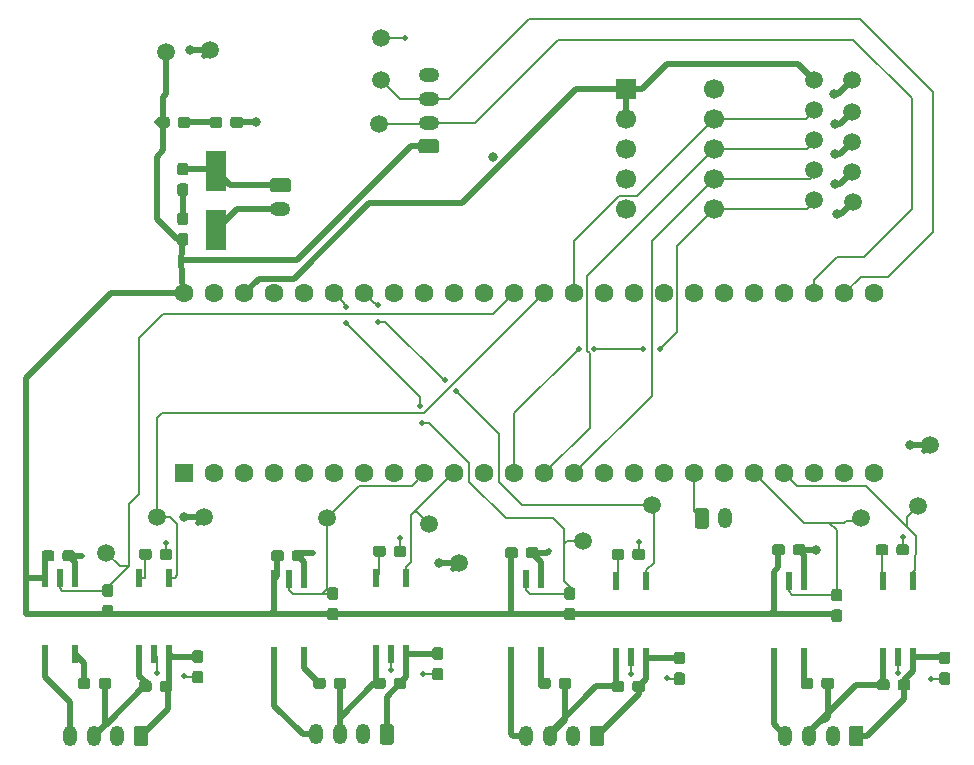
<source format=gbr>
G04 #@! TF.GenerationSoftware,KiCad,Pcbnew,5.1.5+dfsg1-2build2*
G04 #@! TF.CreationDate,2021-08-10T13:41:00-07:00*
G04 #@! TF.ProjectId,Telemetry Board Shrink,54656c65-6d65-4747-9279-20426f617264,rev?*
G04 #@! TF.SameCoordinates,Original*
G04 #@! TF.FileFunction,Copper,L1,Top*
G04 #@! TF.FilePolarity,Positive*
%FSLAX46Y46*%
G04 Gerber Fmt 4.6, Leading zero omitted, Abs format (unit mm)*
G04 Created by KiCad (PCBNEW 5.1.5+dfsg1-2build2) date 2021-08-10 13:41:00*
%MOMM*%
%LPD*%
G04 APERTURE LIST*
%ADD10C,1.500000*%
%ADD11C,1.600000*%
%ADD12R,1.600000X1.600000*%
%ADD13C,0.100000*%
%ADD14R,0.600000X1.530000*%
%ADD15C,1.700000*%
%ADD16R,1.700000X1.700000*%
%ADD17O,1.200000X1.750000*%
%ADD18R,1.800000X3.500000*%
%ADD19O,1.750000X1.200000*%
%ADD20C,0.500000*%
%ADD21C,0.800000*%
%ADD22C,0.152400*%
%ADD23C,0.508000*%
%ADD24C,0.250000*%
G04 APERTURE END LIST*
D10*
X203200000Y-85090000D03*
X209677000Y-105664000D03*
X169799000Y-115697000D03*
D11*
X187198000Y-108077000D03*
X189738000Y-108077000D03*
X192278000Y-108077000D03*
X194818000Y-108077000D03*
X184658000Y-108077000D03*
X182118000Y-108077000D03*
X179578000Y-108077000D03*
X197358000Y-108077000D03*
X199898000Y-108077000D03*
X202438000Y-108077000D03*
X204978000Y-108077000D03*
X204978000Y-92837000D03*
X202438000Y-92837000D03*
X199898000Y-92837000D03*
X197358000Y-92837000D03*
X194818000Y-92837000D03*
X192278000Y-92837000D03*
X189738000Y-92837000D03*
X187198000Y-92837000D03*
X184658000Y-92837000D03*
X182118000Y-92837000D03*
X177038000Y-108077000D03*
X174498000Y-108077000D03*
X171958000Y-108077000D03*
X169418000Y-108077000D03*
X166878000Y-108077000D03*
X164338000Y-108077000D03*
X161798000Y-108077000D03*
X159258000Y-108077000D03*
X156718000Y-108077000D03*
X154178000Y-108077000D03*
X151638000Y-108077000D03*
X149098000Y-108077000D03*
D12*
X146558000Y-108077000D03*
D11*
X179578000Y-92837000D03*
X177038000Y-92837000D03*
X174498000Y-92837000D03*
X171958000Y-92837000D03*
X169418000Y-92837000D03*
X166878000Y-92837000D03*
X164338000Y-92837000D03*
X161798000Y-92837000D03*
X159258000Y-92837000D03*
X156718000Y-92837000D03*
X154178000Y-92837000D03*
X151638000Y-92837000D03*
X149098000Y-92837000D03*
X146558000Y-92837000D03*
G04 #@! TA.AperFunction,SMDPad,CuDef*
D13*
G36*
X156506779Y-114588144D02*
G01*
X156529834Y-114591563D01*
X156552443Y-114597227D01*
X156574387Y-114605079D01*
X156595457Y-114615044D01*
X156615448Y-114627026D01*
X156634168Y-114640910D01*
X156651438Y-114656562D01*
X156667090Y-114673832D01*
X156680974Y-114692552D01*
X156692956Y-114712543D01*
X156702921Y-114733613D01*
X156710773Y-114755557D01*
X156716437Y-114778166D01*
X156719856Y-114801221D01*
X156721000Y-114824500D01*
X156721000Y-115299500D01*
X156719856Y-115322779D01*
X156716437Y-115345834D01*
X156710773Y-115368443D01*
X156702921Y-115390387D01*
X156692956Y-115411457D01*
X156680974Y-115431448D01*
X156667090Y-115450168D01*
X156651438Y-115467438D01*
X156634168Y-115483090D01*
X156615448Y-115496974D01*
X156595457Y-115508956D01*
X156574387Y-115518921D01*
X156552443Y-115526773D01*
X156529834Y-115532437D01*
X156506779Y-115535856D01*
X156483500Y-115537000D01*
X155908500Y-115537000D01*
X155885221Y-115535856D01*
X155862166Y-115532437D01*
X155839557Y-115526773D01*
X155817613Y-115518921D01*
X155796543Y-115508956D01*
X155776552Y-115496974D01*
X155757832Y-115483090D01*
X155740562Y-115467438D01*
X155724910Y-115450168D01*
X155711026Y-115431448D01*
X155699044Y-115411457D01*
X155689079Y-115390387D01*
X155681227Y-115368443D01*
X155675563Y-115345834D01*
X155672144Y-115322779D01*
X155671000Y-115299500D01*
X155671000Y-114824500D01*
X155672144Y-114801221D01*
X155675563Y-114778166D01*
X155681227Y-114755557D01*
X155689079Y-114733613D01*
X155699044Y-114712543D01*
X155711026Y-114692552D01*
X155724910Y-114673832D01*
X155740562Y-114656562D01*
X155757832Y-114640910D01*
X155776552Y-114627026D01*
X155796543Y-114615044D01*
X155817613Y-114605079D01*
X155839557Y-114597227D01*
X155862166Y-114591563D01*
X155885221Y-114588144D01*
X155908500Y-114587000D01*
X156483500Y-114587000D01*
X156506779Y-114588144D01*
G37*
G04 #@! TD.AperFunction*
G04 #@! TA.AperFunction,SMDPad,CuDef*
G36*
X154756779Y-114588144D02*
G01*
X154779834Y-114591563D01*
X154802443Y-114597227D01*
X154824387Y-114605079D01*
X154845457Y-114615044D01*
X154865448Y-114627026D01*
X154884168Y-114640910D01*
X154901438Y-114656562D01*
X154917090Y-114673832D01*
X154930974Y-114692552D01*
X154942956Y-114712543D01*
X154952921Y-114733613D01*
X154960773Y-114755557D01*
X154966437Y-114778166D01*
X154969856Y-114801221D01*
X154971000Y-114824500D01*
X154971000Y-115299500D01*
X154969856Y-115322779D01*
X154966437Y-115345834D01*
X154960773Y-115368443D01*
X154952921Y-115390387D01*
X154942956Y-115411457D01*
X154930974Y-115431448D01*
X154917090Y-115450168D01*
X154901438Y-115467438D01*
X154884168Y-115483090D01*
X154865448Y-115496974D01*
X154845457Y-115508956D01*
X154824387Y-115518921D01*
X154802443Y-115526773D01*
X154779834Y-115532437D01*
X154756779Y-115535856D01*
X154733500Y-115537000D01*
X154158500Y-115537000D01*
X154135221Y-115535856D01*
X154112166Y-115532437D01*
X154089557Y-115526773D01*
X154067613Y-115518921D01*
X154046543Y-115508956D01*
X154026552Y-115496974D01*
X154007832Y-115483090D01*
X153990562Y-115467438D01*
X153974910Y-115450168D01*
X153961026Y-115431448D01*
X153949044Y-115411457D01*
X153939079Y-115390387D01*
X153931227Y-115368443D01*
X153925563Y-115345834D01*
X153922144Y-115322779D01*
X153921000Y-115299500D01*
X153921000Y-114824500D01*
X153922144Y-114801221D01*
X153925563Y-114778166D01*
X153931227Y-114755557D01*
X153939079Y-114733613D01*
X153949044Y-114712543D01*
X153961026Y-114692552D01*
X153974910Y-114673832D01*
X153990562Y-114656562D01*
X154007832Y-114640910D01*
X154026552Y-114627026D01*
X154046543Y-114615044D01*
X154067613Y-114605079D01*
X154089557Y-114597227D01*
X154112166Y-114591563D01*
X154135221Y-114588144D01*
X154158500Y-114587000D01*
X154733500Y-114587000D01*
X154756779Y-114588144D01*
G37*
G04 #@! TD.AperFunction*
D10*
X148209000Y-111760000D03*
X163195000Y-71247000D03*
D14*
X184404000Y-123636000D03*
X183134000Y-123636000D03*
X185674000Y-123636000D03*
X183134000Y-117156000D03*
X185674000Y-117156000D03*
X144018000Y-123382000D03*
X142748000Y-123382000D03*
X145288000Y-123382000D03*
X142748000Y-116902000D03*
X145288000Y-116902000D03*
X207010000Y-123636000D03*
X205740000Y-123636000D03*
X208280000Y-123636000D03*
X205740000Y-117156000D03*
X208280000Y-117156000D03*
G04 #@! TA.AperFunction,SMDPad,CuDef*
D13*
G36*
X188728779Y-124938144D02*
G01*
X188751834Y-124941563D01*
X188774443Y-124947227D01*
X188796387Y-124955079D01*
X188817457Y-124965044D01*
X188837448Y-124977026D01*
X188856168Y-124990910D01*
X188873438Y-125006562D01*
X188889090Y-125023832D01*
X188902974Y-125042552D01*
X188914956Y-125062543D01*
X188924921Y-125083613D01*
X188932773Y-125105557D01*
X188938437Y-125128166D01*
X188941856Y-125151221D01*
X188943000Y-125174500D01*
X188943000Y-125749500D01*
X188941856Y-125772779D01*
X188938437Y-125795834D01*
X188932773Y-125818443D01*
X188924921Y-125840387D01*
X188914956Y-125861457D01*
X188902974Y-125881448D01*
X188889090Y-125900168D01*
X188873438Y-125917438D01*
X188856168Y-125933090D01*
X188837448Y-125946974D01*
X188817457Y-125958956D01*
X188796387Y-125968921D01*
X188774443Y-125976773D01*
X188751834Y-125982437D01*
X188728779Y-125985856D01*
X188705500Y-125987000D01*
X188230500Y-125987000D01*
X188207221Y-125985856D01*
X188184166Y-125982437D01*
X188161557Y-125976773D01*
X188139613Y-125968921D01*
X188118543Y-125958956D01*
X188098552Y-125946974D01*
X188079832Y-125933090D01*
X188062562Y-125917438D01*
X188046910Y-125900168D01*
X188033026Y-125881448D01*
X188021044Y-125861457D01*
X188011079Y-125840387D01*
X188003227Y-125818443D01*
X187997563Y-125795834D01*
X187994144Y-125772779D01*
X187993000Y-125749500D01*
X187993000Y-125174500D01*
X187994144Y-125151221D01*
X187997563Y-125128166D01*
X188003227Y-125105557D01*
X188011079Y-125083613D01*
X188021044Y-125062543D01*
X188033026Y-125042552D01*
X188046910Y-125023832D01*
X188062562Y-125006562D01*
X188079832Y-124990910D01*
X188098552Y-124977026D01*
X188118543Y-124965044D01*
X188139613Y-124955079D01*
X188161557Y-124947227D01*
X188184166Y-124941563D01*
X188207221Y-124938144D01*
X188230500Y-124937000D01*
X188705500Y-124937000D01*
X188728779Y-124938144D01*
G37*
G04 #@! TD.AperFunction*
G04 #@! TA.AperFunction,SMDPad,CuDef*
G36*
X188728779Y-123188144D02*
G01*
X188751834Y-123191563D01*
X188774443Y-123197227D01*
X188796387Y-123205079D01*
X188817457Y-123215044D01*
X188837448Y-123227026D01*
X188856168Y-123240910D01*
X188873438Y-123256562D01*
X188889090Y-123273832D01*
X188902974Y-123292552D01*
X188914956Y-123312543D01*
X188924921Y-123333613D01*
X188932773Y-123355557D01*
X188938437Y-123378166D01*
X188941856Y-123401221D01*
X188943000Y-123424500D01*
X188943000Y-123999500D01*
X188941856Y-124022779D01*
X188938437Y-124045834D01*
X188932773Y-124068443D01*
X188924921Y-124090387D01*
X188914956Y-124111457D01*
X188902974Y-124131448D01*
X188889090Y-124150168D01*
X188873438Y-124167438D01*
X188856168Y-124183090D01*
X188837448Y-124196974D01*
X188817457Y-124208956D01*
X188796387Y-124218921D01*
X188774443Y-124226773D01*
X188751834Y-124232437D01*
X188728779Y-124235856D01*
X188705500Y-124237000D01*
X188230500Y-124237000D01*
X188207221Y-124235856D01*
X188184166Y-124232437D01*
X188161557Y-124226773D01*
X188139613Y-124218921D01*
X188118543Y-124208956D01*
X188098552Y-124196974D01*
X188079832Y-124183090D01*
X188062562Y-124167438D01*
X188046910Y-124150168D01*
X188033026Y-124131448D01*
X188021044Y-124111457D01*
X188011079Y-124090387D01*
X188003227Y-124068443D01*
X187997563Y-124045834D01*
X187994144Y-124022779D01*
X187993000Y-123999500D01*
X187993000Y-123424500D01*
X187994144Y-123401221D01*
X187997563Y-123378166D01*
X188003227Y-123355557D01*
X188011079Y-123333613D01*
X188021044Y-123312543D01*
X188033026Y-123292552D01*
X188046910Y-123273832D01*
X188062562Y-123256562D01*
X188079832Y-123240910D01*
X188098552Y-123227026D01*
X188118543Y-123215044D01*
X188139613Y-123205079D01*
X188161557Y-123197227D01*
X188184166Y-123191563D01*
X188207221Y-123188144D01*
X188230500Y-123187000D01*
X188705500Y-123187000D01*
X188728779Y-123188144D01*
G37*
G04 #@! TD.AperFunction*
G04 #@! TA.AperFunction,SMDPad,CuDef*
G36*
X147961779Y-124811144D02*
G01*
X147984834Y-124814563D01*
X148007443Y-124820227D01*
X148029387Y-124828079D01*
X148050457Y-124838044D01*
X148070448Y-124850026D01*
X148089168Y-124863910D01*
X148106438Y-124879562D01*
X148122090Y-124896832D01*
X148135974Y-124915552D01*
X148147956Y-124935543D01*
X148157921Y-124956613D01*
X148165773Y-124978557D01*
X148171437Y-125001166D01*
X148174856Y-125024221D01*
X148176000Y-125047500D01*
X148176000Y-125622500D01*
X148174856Y-125645779D01*
X148171437Y-125668834D01*
X148165773Y-125691443D01*
X148157921Y-125713387D01*
X148147956Y-125734457D01*
X148135974Y-125754448D01*
X148122090Y-125773168D01*
X148106438Y-125790438D01*
X148089168Y-125806090D01*
X148070448Y-125819974D01*
X148050457Y-125831956D01*
X148029387Y-125841921D01*
X148007443Y-125849773D01*
X147984834Y-125855437D01*
X147961779Y-125858856D01*
X147938500Y-125860000D01*
X147463500Y-125860000D01*
X147440221Y-125858856D01*
X147417166Y-125855437D01*
X147394557Y-125849773D01*
X147372613Y-125841921D01*
X147351543Y-125831956D01*
X147331552Y-125819974D01*
X147312832Y-125806090D01*
X147295562Y-125790438D01*
X147279910Y-125773168D01*
X147266026Y-125754448D01*
X147254044Y-125734457D01*
X147244079Y-125713387D01*
X147236227Y-125691443D01*
X147230563Y-125668834D01*
X147227144Y-125645779D01*
X147226000Y-125622500D01*
X147226000Y-125047500D01*
X147227144Y-125024221D01*
X147230563Y-125001166D01*
X147236227Y-124978557D01*
X147244079Y-124956613D01*
X147254044Y-124935543D01*
X147266026Y-124915552D01*
X147279910Y-124896832D01*
X147295562Y-124879562D01*
X147312832Y-124863910D01*
X147331552Y-124850026D01*
X147351543Y-124838044D01*
X147372613Y-124828079D01*
X147394557Y-124820227D01*
X147417166Y-124814563D01*
X147440221Y-124811144D01*
X147463500Y-124810000D01*
X147938500Y-124810000D01*
X147961779Y-124811144D01*
G37*
G04 #@! TD.AperFunction*
G04 #@! TA.AperFunction,SMDPad,CuDef*
G36*
X147961779Y-123061144D02*
G01*
X147984834Y-123064563D01*
X148007443Y-123070227D01*
X148029387Y-123078079D01*
X148050457Y-123088044D01*
X148070448Y-123100026D01*
X148089168Y-123113910D01*
X148106438Y-123129562D01*
X148122090Y-123146832D01*
X148135974Y-123165552D01*
X148147956Y-123185543D01*
X148157921Y-123206613D01*
X148165773Y-123228557D01*
X148171437Y-123251166D01*
X148174856Y-123274221D01*
X148176000Y-123297500D01*
X148176000Y-123872500D01*
X148174856Y-123895779D01*
X148171437Y-123918834D01*
X148165773Y-123941443D01*
X148157921Y-123963387D01*
X148147956Y-123984457D01*
X148135974Y-124004448D01*
X148122090Y-124023168D01*
X148106438Y-124040438D01*
X148089168Y-124056090D01*
X148070448Y-124069974D01*
X148050457Y-124081956D01*
X148029387Y-124091921D01*
X148007443Y-124099773D01*
X147984834Y-124105437D01*
X147961779Y-124108856D01*
X147938500Y-124110000D01*
X147463500Y-124110000D01*
X147440221Y-124108856D01*
X147417166Y-124105437D01*
X147394557Y-124099773D01*
X147372613Y-124091921D01*
X147351543Y-124081956D01*
X147331552Y-124069974D01*
X147312832Y-124056090D01*
X147295562Y-124040438D01*
X147279910Y-124023168D01*
X147266026Y-124004448D01*
X147254044Y-123984457D01*
X147244079Y-123963387D01*
X147236227Y-123941443D01*
X147230563Y-123918834D01*
X147227144Y-123895779D01*
X147226000Y-123872500D01*
X147226000Y-123297500D01*
X147227144Y-123274221D01*
X147230563Y-123251166D01*
X147236227Y-123228557D01*
X147244079Y-123206613D01*
X147254044Y-123185543D01*
X147266026Y-123165552D01*
X147279910Y-123146832D01*
X147295562Y-123129562D01*
X147312832Y-123113910D01*
X147331552Y-123100026D01*
X147351543Y-123088044D01*
X147372613Y-123078079D01*
X147394557Y-123070227D01*
X147417166Y-123064563D01*
X147440221Y-123061144D01*
X147463500Y-123060000D01*
X147938500Y-123060000D01*
X147961779Y-123061144D01*
G37*
G04 #@! TD.AperFunction*
G04 #@! TA.AperFunction,SMDPad,CuDef*
G36*
X183585779Y-114461144D02*
G01*
X183608834Y-114464563D01*
X183631443Y-114470227D01*
X183653387Y-114478079D01*
X183674457Y-114488044D01*
X183694448Y-114500026D01*
X183713168Y-114513910D01*
X183730438Y-114529562D01*
X183746090Y-114546832D01*
X183759974Y-114565552D01*
X183771956Y-114585543D01*
X183781921Y-114606613D01*
X183789773Y-114628557D01*
X183795437Y-114651166D01*
X183798856Y-114674221D01*
X183800000Y-114697500D01*
X183800000Y-115172500D01*
X183798856Y-115195779D01*
X183795437Y-115218834D01*
X183789773Y-115241443D01*
X183781921Y-115263387D01*
X183771956Y-115284457D01*
X183759974Y-115304448D01*
X183746090Y-115323168D01*
X183730438Y-115340438D01*
X183713168Y-115356090D01*
X183694448Y-115369974D01*
X183674457Y-115381956D01*
X183653387Y-115391921D01*
X183631443Y-115399773D01*
X183608834Y-115405437D01*
X183585779Y-115408856D01*
X183562500Y-115410000D01*
X182987500Y-115410000D01*
X182964221Y-115408856D01*
X182941166Y-115405437D01*
X182918557Y-115399773D01*
X182896613Y-115391921D01*
X182875543Y-115381956D01*
X182855552Y-115369974D01*
X182836832Y-115356090D01*
X182819562Y-115340438D01*
X182803910Y-115323168D01*
X182790026Y-115304448D01*
X182778044Y-115284457D01*
X182768079Y-115263387D01*
X182760227Y-115241443D01*
X182754563Y-115218834D01*
X182751144Y-115195779D01*
X182750000Y-115172500D01*
X182750000Y-114697500D01*
X182751144Y-114674221D01*
X182754563Y-114651166D01*
X182760227Y-114628557D01*
X182768079Y-114606613D01*
X182778044Y-114585543D01*
X182790026Y-114565552D01*
X182803910Y-114546832D01*
X182819562Y-114529562D01*
X182836832Y-114513910D01*
X182855552Y-114500026D01*
X182875543Y-114488044D01*
X182896613Y-114478079D01*
X182918557Y-114470227D01*
X182941166Y-114464563D01*
X182964221Y-114461144D01*
X182987500Y-114460000D01*
X183562500Y-114460000D01*
X183585779Y-114461144D01*
G37*
G04 #@! TD.AperFunction*
G04 #@! TA.AperFunction,SMDPad,CuDef*
G36*
X185335779Y-114461144D02*
G01*
X185358834Y-114464563D01*
X185381443Y-114470227D01*
X185403387Y-114478079D01*
X185424457Y-114488044D01*
X185444448Y-114500026D01*
X185463168Y-114513910D01*
X185480438Y-114529562D01*
X185496090Y-114546832D01*
X185509974Y-114565552D01*
X185521956Y-114585543D01*
X185531921Y-114606613D01*
X185539773Y-114628557D01*
X185545437Y-114651166D01*
X185548856Y-114674221D01*
X185550000Y-114697500D01*
X185550000Y-115172500D01*
X185548856Y-115195779D01*
X185545437Y-115218834D01*
X185539773Y-115241443D01*
X185531921Y-115263387D01*
X185521956Y-115284457D01*
X185509974Y-115304448D01*
X185496090Y-115323168D01*
X185480438Y-115340438D01*
X185463168Y-115356090D01*
X185444448Y-115369974D01*
X185424457Y-115381956D01*
X185403387Y-115391921D01*
X185381443Y-115399773D01*
X185358834Y-115405437D01*
X185335779Y-115408856D01*
X185312500Y-115410000D01*
X184737500Y-115410000D01*
X184714221Y-115408856D01*
X184691166Y-115405437D01*
X184668557Y-115399773D01*
X184646613Y-115391921D01*
X184625543Y-115381956D01*
X184605552Y-115369974D01*
X184586832Y-115356090D01*
X184569562Y-115340438D01*
X184553910Y-115323168D01*
X184540026Y-115304448D01*
X184528044Y-115284457D01*
X184518079Y-115263387D01*
X184510227Y-115241443D01*
X184504563Y-115218834D01*
X184501144Y-115195779D01*
X184500000Y-115172500D01*
X184500000Y-114697500D01*
X184501144Y-114674221D01*
X184504563Y-114651166D01*
X184510227Y-114628557D01*
X184518079Y-114606613D01*
X184528044Y-114585543D01*
X184540026Y-114565552D01*
X184553910Y-114546832D01*
X184569562Y-114529562D01*
X184586832Y-114513910D01*
X184605552Y-114500026D01*
X184625543Y-114488044D01*
X184646613Y-114478079D01*
X184668557Y-114470227D01*
X184691166Y-114464563D01*
X184714221Y-114461144D01*
X184737500Y-114460000D01*
X185312500Y-114460000D01*
X185335779Y-114461144D01*
G37*
G04 #@! TD.AperFunction*
G04 #@! TA.AperFunction,SMDPad,CuDef*
G36*
X143580779Y-114461144D02*
G01*
X143603834Y-114464563D01*
X143626443Y-114470227D01*
X143648387Y-114478079D01*
X143669457Y-114488044D01*
X143689448Y-114500026D01*
X143708168Y-114513910D01*
X143725438Y-114529562D01*
X143741090Y-114546832D01*
X143754974Y-114565552D01*
X143766956Y-114585543D01*
X143776921Y-114606613D01*
X143784773Y-114628557D01*
X143790437Y-114651166D01*
X143793856Y-114674221D01*
X143795000Y-114697500D01*
X143795000Y-115172500D01*
X143793856Y-115195779D01*
X143790437Y-115218834D01*
X143784773Y-115241443D01*
X143776921Y-115263387D01*
X143766956Y-115284457D01*
X143754974Y-115304448D01*
X143741090Y-115323168D01*
X143725438Y-115340438D01*
X143708168Y-115356090D01*
X143689448Y-115369974D01*
X143669457Y-115381956D01*
X143648387Y-115391921D01*
X143626443Y-115399773D01*
X143603834Y-115405437D01*
X143580779Y-115408856D01*
X143557500Y-115410000D01*
X142982500Y-115410000D01*
X142959221Y-115408856D01*
X142936166Y-115405437D01*
X142913557Y-115399773D01*
X142891613Y-115391921D01*
X142870543Y-115381956D01*
X142850552Y-115369974D01*
X142831832Y-115356090D01*
X142814562Y-115340438D01*
X142798910Y-115323168D01*
X142785026Y-115304448D01*
X142773044Y-115284457D01*
X142763079Y-115263387D01*
X142755227Y-115241443D01*
X142749563Y-115218834D01*
X142746144Y-115195779D01*
X142745000Y-115172500D01*
X142745000Y-114697500D01*
X142746144Y-114674221D01*
X142749563Y-114651166D01*
X142755227Y-114628557D01*
X142763079Y-114606613D01*
X142773044Y-114585543D01*
X142785026Y-114565552D01*
X142798910Y-114546832D01*
X142814562Y-114529562D01*
X142831832Y-114513910D01*
X142850552Y-114500026D01*
X142870543Y-114488044D01*
X142891613Y-114478079D01*
X142913557Y-114470227D01*
X142936166Y-114464563D01*
X142959221Y-114461144D01*
X142982500Y-114460000D01*
X143557500Y-114460000D01*
X143580779Y-114461144D01*
G37*
G04 #@! TD.AperFunction*
G04 #@! TA.AperFunction,SMDPad,CuDef*
G36*
X145330779Y-114461144D02*
G01*
X145353834Y-114464563D01*
X145376443Y-114470227D01*
X145398387Y-114478079D01*
X145419457Y-114488044D01*
X145439448Y-114500026D01*
X145458168Y-114513910D01*
X145475438Y-114529562D01*
X145491090Y-114546832D01*
X145504974Y-114565552D01*
X145516956Y-114585543D01*
X145526921Y-114606613D01*
X145534773Y-114628557D01*
X145540437Y-114651166D01*
X145543856Y-114674221D01*
X145545000Y-114697500D01*
X145545000Y-115172500D01*
X145543856Y-115195779D01*
X145540437Y-115218834D01*
X145534773Y-115241443D01*
X145526921Y-115263387D01*
X145516956Y-115284457D01*
X145504974Y-115304448D01*
X145491090Y-115323168D01*
X145475438Y-115340438D01*
X145458168Y-115356090D01*
X145439448Y-115369974D01*
X145419457Y-115381956D01*
X145398387Y-115391921D01*
X145376443Y-115399773D01*
X145353834Y-115405437D01*
X145330779Y-115408856D01*
X145307500Y-115410000D01*
X144732500Y-115410000D01*
X144709221Y-115408856D01*
X144686166Y-115405437D01*
X144663557Y-115399773D01*
X144641613Y-115391921D01*
X144620543Y-115381956D01*
X144600552Y-115369974D01*
X144581832Y-115356090D01*
X144564562Y-115340438D01*
X144548910Y-115323168D01*
X144535026Y-115304448D01*
X144523044Y-115284457D01*
X144513079Y-115263387D01*
X144505227Y-115241443D01*
X144499563Y-115218834D01*
X144496144Y-115195779D01*
X144495000Y-115172500D01*
X144495000Y-114697500D01*
X144496144Y-114674221D01*
X144499563Y-114651166D01*
X144505227Y-114628557D01*
X144513079Y-114606613D01*
X144523044Y-114585543D01*
X144535026Y-114565552D01*
X144548910Y-114546832D01*
X144564562Y-114529562D01*
X144581832Y-114513910D01*
X144600552Y-114500026D01*
X144620543Y-114488044D01*
X144641613Y-114478079D01*
X144663557Y-114470227D01*
X144686166Y-114464563D01*
X144709221Y-114461144D01*
X144732500Y-114460000D01*
X145307500Y-114460000D01*
X145330779Y-114461144D01*
G37*
G04 #@! TD.AperFunction*
G04 #@! TA.AperFunction,SMDPad,CuDef*
G36*
X211207779Y-124924144D02*
G01*
X211230834Y-124927563D01*
X211253443Y-124933227D01*
X211275387Y-124941079D01*
X211296457Y-124951044D01*
X211316448Y-124963026D01*
X211335168Y-124976910D01*
X211352438Y-124992562D01*
X211368090Y-125009832D01*
X211381974Y-125028552D01*
X211393956Y-125048543D01*
X211403921Y-125069613D01*
X211411773Y-125091557D01*
X211417437Y-125114166D01*
X211420856Y-125137221D01*
X211422000Y-125160500D01*
X211422000Y-125735500D01*
X211420856Y-125758779D01*
X211417437Y-125781834D01*
X211411773Y-125804443D01*
X211403921Y-125826387D01*
X211393956Y-125847457D01*
X211381974Y-125867448D01*
X211368090Y-125886168D01*
X211352438Y-125903438D01*
X211335168Y-125919090D01*
X211316448Y-125932974D01*
X211296457Y-125944956D01*
X211275387Y-125954921D01*
X211253443Y-125962773D01*
X211230834Y-125968437D01*
X211207779Y-125971856D01*
X211184500Y-125973000D01*
X210709500Y-125973000D01*
X210686221Y-125971856D01*
X210663166Y-125968437D01*
X210640557Y-125962773D01*
X210618613Y-125954921D01*
X210597543Y-125944956D01*
X210577552Y-125932974D01*
X210558832Y-125919090D01*
X210541562Y-125903438D01*
X210525910Y-125886168D01*
X210512026Y-125867448D01*
X210500044Y-125847457D01*
X210490079Y-125826387D01*
X210482227Y-125804443D01*
X210476563Y-125781834D01*
X210473144Y-125758779D01*
X210472000Y-125735500D01*
X210472000Y-125160500D01*
X210473144Y-125137221D01*
X210476563Y-125114166D01*
X210482227Y-125091557D01*
X210490079Y-125069613D01*
X210500044Y-125048543D01*
X210512026Y-125028552D01*
X210525910Y-125009832D01*
X210541562Y-124992562D01*
X210558832Y-124976910D01*
X210577552Y-124963026D01*
X210597543Y-124951044D01*
X210618613Y-124941079D01*
X210640557Y-124933227D01*
X210663166Y-124927563D01*
X210686221Y-124924144D01*
X210709500Y-124923000D01*
X211184500Y-124923000D01*
X211207779Y-124924144D01*
G37*
G04 #@! TD.AperFunction*
G04 #@! TA.AperFunction,SMDPad,CuDef*
G36*
X211207779Y-123174144D02*
G01*
X211230834Y-123177563D01*
X211253443Y-123183227D01*
X211275387Y-123191079D01*
X211296457Y-123201044D01*
X211316448Y-123213026D01*
X211335168Y-123226910D01*
X211352438Y-123242562D01*
X211368090Y-123259832D01*
X211381974Y-123278552D01*
X211393956Y-123298543D01*
X211403921Y-123319613D01*
X211411773Y-123341557D01*
X211417437Y-123364166D01*
X211420856Y-123387221D01*
X211422000Y-123410500D01*
X211422000Y-123985500D01*
X211420856Y-124008779D01*
X211417437Y-124031834D01*
X211411773Y-124054443D01*
X211403921Y-124076387D01*
X211393956Y-124097457D01*
X211381974Y-124117448D01*
X211368090Y-124136168D01*
X211352438Y-124153438D01*
X211335168Y-124169090D01*
X211316448Y-124182974D01*
X211296457Y-124194956D01*
X211275387Y-124204921D01*
X211253443Y-124212773D01*
X211230834Y-124218437D01*
X211207779Y-124221856D01*
X211184500Y-124223000D01*
X210709500Y-124223000D01*
X210686221Y-124221856D01*
X210663166Y-124218437D01*
X210640557Y-124212773D01*
X210618613Y-124204921D01*
X210597543Y-124194956D01*
X210577552Y-124182974D01*
X210558832Y-124169090D01*
X210541562Y-124153438D01*
X210525910Y-124136168D01*
X210512026Y-124117448D01*
X210500044Y-124097457D01*
X210490079Y-124076387D01*
X210482227Y-124054443D01*
X210476563Y-124031834D01*
X210473144Y-124008779D01*
X210472000Y-123985500D01*
X210472000Y-123410500D01*
X210473144Y-123387221D01*
X210476563Y-123364166D01*
X210482227Y-123341557D01*
X210490079Y-123319613D01*
X210500044Y-123298543D01*
X210512026Y-123278552D01*
X210525910Y-123259832D01*
X210541562Y-123242562D01*
X210558832Y-123226910D01*
X210577552Y-123213026D01*
X210597543Y-123201044D01*
X210618613Y-123191079D01*
X210640557Y-123183227D01*
X210663166Y-123177563D01*
X210686221Y-123174144D01*
X210709500Y-123173000D01*
X211184500Y-123173000D01*
X211207779Y-123174144D01*
G37*
G04 #@! TD.AperFunction*
G04 #@! TA.AperFunction,SMDPad,CuDef*
G36*
X205937779Y-114080144D02*
G01*
X205960834Y-114083563D01*
X205983443Y-114089227D01*
X206005387Y-114097079D01*
X206026457Y-114107044D01*
X206046448Y-114119026D01*
X206065168Y-114132910D01*
X206082438Y-114148562D01*
X206098090Y-114165832D01*
X206111974Y-114184552D01*
X206123956Y-114204543D01*
X206133921Y-114225613D01*
X206141773Y-114247557D01*
X206147437Y-114270166D01*
X206150856Y-114293221D01*
X206152000Y-114316500D01*
X206152000Y-114791500D01*
X206150856Y-114814779D01*
X206147437Y-114837834D01*
X206141773Y-114860443D01*
X206133921Y-114882387D01*
X206123956Y-114903457D01*
X206111974Y-114923448D01*
X206098090Y-114942168D01*
X206082438Y-114959438D01*
X206065168Y-114975090D01*
X206046448Y-114988974D01*
X206026457Y-115000956D01*
X206005387Y-115010921D01*
X205983443Y-115018773D01*
X205960834Y-115024437D01*
X205937779Y-115027856D01*
X205914500Y-115029000D01*
X205339500Y-115029000D01*
X205316221Y-115027856D01*
X205293166Y-115024437D01*
X205270557Y-115018773D01*
X205248613Y-115010921D01*
X205227543Y-115000956D01*
X205207552Y-114988974D01*
X205188832Y-114975090D01*
X205171562Y-114959438D01*
X205155910Y-114942168D01*
X205142026Y-114923448D01*
X205130044Y-114903457D01*
X205120079Y-114882387D01*
X205112227Y-114860443D01*
X205106563Y-114837834D01*
X205103144Y-114814779D01*
X205102000Y-114791500D01*
X205102000Y-114316500D01*
X205103144Y-114293221D01*
X205106563Y-114270166D01*
X205112227Y-114247557D01*
X205120079Y-114225613D01*
X205130044Y-114204543D01*
X205142026Y-114184552D01*
X205155910Y-114165832D01*
X205171562Y-114148562D01*
X205188832Y-114132910D01*
X205207552Y-114119026D01*
X205227543Y-114107044D01*
X205248613Y-114097079D01*
X205270557Y-114089227D01*
X205293166Y-114083563D01*
X205316221Y-114080144D01*
X205339500Y-114079000D01*
X205914500Y-114079000D01*
X205937779Y-114080144D01*
G37*
G04 #@! TD.AperFunction*
G04 #@! TA.AperFunction,SMDPad,CuDef*
G36*
X207687779Y-114080144D02*
G01*
X207710834Y-114083563D01*
X207733443Y-114089227D01*
X207755387Y-114097079D01*
X207776457Y-114107044D01*
X207796448Y-114119026D01*
X207815168Y-114132910D01*
X207832438Y-114148562D01*
X207848090Y-114165832D01*
X207861974Y-114184552D01*
X207873956Y-114204543D01*
X207883921Y-114225613D01*
X207891773Y-114247557D01*
X207897437Y-114270166D01*
X207900856Y-114293221D01*
X207902000Y-114316500D01*
X207902000Y-114791500D01*
X207900856Y-114814779D01*
X207897437Y-114837834D01*
X207891773Y-114860443D01*
X207883921Y-114882387D01*
X207873956Y-114903457D01*
X207861974Y-114923448D01*
X207848090Y-114942168D01*
X207832438Y-114959438D01*
X207815168Y-114975090D01*
X207796448Y-114988974D01*
X207776457Y-115000956D01*
X207755387Y-115010921D01*
X207733443Y-115018773D01*
X207710834Y-115024437D01*
X207687779Y-115027856D01*
X207664500Y-115029000D01*
X207089500Y-115029000D01*
X207066221Y-115027856D01*
X207043166Y-115024437D01*
X207020557Y-115018773D01*
X206998613Y-115010921D01*
X206977543Y-115000956D01*
X206957552Y-114988974D01*
X206938832Y-114975090D01*
X206921562Y-114959438D01*
X206905910Y-114942168D01*
X206892026Y-114923448D01*
X206880044Y-114903457D01*
X206870079Y-114882387D01*
X206862227Y-114860443D01*
X206856563Y-114837834D01*
X206853144Y-114814779D01*
X206852000Y-114791500D01*
X206852000Y-114316500D01*
X206853144Y-114293221D01*
X206856563Y-114270166D01*
X206862227Y-114247557D01*
X206870079Y-114225613D01*
X206880044Y-114204543D01*
X206892026Y-114184552D01*
X206905910Y-114165832D01*
X206921562Y-114148562D01*
X206938832Y-114132910D01*
X206957552Y-114119026D01*
X206977543Y-114107044D01*
X206998613Y-114097079D01*
X207020557Y-114089227D01*
X207043166Y-114083563D01*
X207066221Y-114080144D01*
X207089500Y-114079000D01*
X207664500Y-114079000D01*
X207687779Y-114080144D01*
G37*
G04 #@! TD.AperFunction*
G04 #@! TA.AperFunction,SMDPad,CuDef*
G36*
X183585779Y-125637144D02*
G01*
X183608834Y-125640563D01*
X183631443Y-125646227D01*
X183653387Y-125654079D01*
X183674457Y-125664044D01*
X183694448Y-125676026D01*
X183713168Y-125689910D01*
X183730438Y-125705562D01*
X183746090Y-125722832D01*
X183759974Y-125741552D01*
X183771956Y-125761543D01*
X183781921Y-125782613D01*
X183789773Y-125804557D01*
X183795437Y-125827166D01*
X183798856Y-125850221D01*
X183800000Y-125873500D01*
X183800000Y-126348500D01*
X183798856Y-126371779D01*
X183795437Y-126394834D01*
X183789773Y-126417443D01*
X183781921Y-126439387D01*
X183771956Y-126460457D01*
X183759974Y-126480448D01*
X183746090Y-126499168D01*
X183730438Y-126516438D01*
X183713168Y-126532090D01*
X183694448Y-126545974D01*
X183674457Y-126557956D01*
X183653387Y-126567921D01*
X183631443Y-126575773D01*
X183608834Y-126581437D01*
X183585779Y-126584856D01*
X183562500Y-126586000D01*
X182987500Y-126586000D01*
X182964221Y-126584856D01*
X182941166Y-126581437D01*
X182918557Y-126575773D01*
X182896613Y-126567921D01*
X182875543Y-126557956D01*
X182855552Y-126545974D01*
X182836832Y-126532090D01*
X182819562Y-126516438D01*
X182803910Y-126499168D01*
X182790026Y-126480448D01*
X182778044Y-126460457D01*
X182768079Y-126439387D01*
X182760227Y-126417443D01*
X182754563Y-126394834D01*
X182751144Y-126371779D01*
X182750000Y-126348500D01*
X182750000Y-125873500D01*
X182751144Y-125850221D01*
X182754563Y-125827166D01*
X182760227Y-125804557D01*
X182768079Y-125782613D01*
X182778044Y-125761543D01*
X182790026Y-125741552D01*
X182803910Y-125722832D01*
X182819562Y-125705562D01*
X182836832Y-125689910D01*
X182855552Y-125676026D01*
X182875543Y-125664044D01*
X182896613Y-125654079D01*
X182918557Y-125646227D01*
X182941166Y-125640563D01*
X182964221Y-125637144D01*
X182987500Y-125636000D01*
X183562500Y-125636000D01*
X183585779Y-125637144D01*
G37*
G04 #@! TD.AperFunction*
G04 #@! TA.AperFunction,SMDPad,CuDef*
G36*
X185335779Y-125637144D02*
G01*
X185358834Y-125640563D01*
X185381443Y-125646227D01*
X185403387Y-125654079D01*
X185424457Y-125664044D01*
X185444448Y-125676026D01*
X185463168Y-125689910D01*
X185480438Y-125705562D01*
X185496090Y-125722832D01*
X185509974Y-125741552D01*
X185521956Y-125761543D01*
X185531921Y-125782613D01*
X185539773Y-125804557D01*
X185545437Y-125827166D01*
X185548856Y-125850221D01*
X185550000Y-125873500D01*
X185550000Y-126348500D01*
X185548856Y-126371779D01*
X185545437Y-126394834D01*
X185539773Y-126417443D01*
X185531921Y-126439387D01*
X185521956Y-126460457D01*
X185509974Y-126480448D01*
X185496090Y-126499168D01*
X185480438Y-126516438D01*
X185463168Y-126532090D01*
X185444448Y-126545974D01*
X185424457Y-126557956D01*
X185403387Y-126567921D01*
X185381443Y-126575773D01*
X185358834Y-126581437D01*
X185335779Y-126584856D01*
X185312500Y-126586000D01*
X184737500Y-126586000D01*
X184714221Y-126584856D01*
X184691166Y-126581437D01*
X184668557Y-126575773D01*
X184646613Y-126567921D01*
X184625543Y-126557956D01*
X184605552Y-126545974D01*
X184586832Y-126532090D01*
X184569562Y-126516438D01*
X184553910Y-126499168D01*
X184540026Y-126480448D01*
X184528044Y-126460457D01*
X184518079Y-126439387D01*
X184510227Y-126417443D01*
X184504563Y-126394834D01*
X184501144Y-126371779D01*
X184500000Y-126348500D01*
X184500000Y-125873500D01*
X184501144Y-125850221D01*
X184504563Y-125827166D01*
X184510227Y-125804557D01*
X184518079Y-125782613D01*
X184528044Y-125761543D01*
X184540026Y-125741552D01*
X184553910Y-125722832D01*
X184569562Y-125705562D01*
X184586832Y-125689910D01*
X184605552Y-125676026D01*
X184625543Y-125664044D01*
X184646613Y-125654079D01*
X184668557Y-125646227D01*
X184691166Y-125640563D01*
X184714221Y-125637144D01*
X184737500Y-125636000D01*
X185312500Y-125636000D01*
X185335779Y-125637144D01*
G37*
G04 #@! TD.AperFunction*
G04 #@! TA.AperFunction,SMDPad,CuDef*
G36*
X143580779Y-125637144D02*
G01*
X143603834Y-125640563D01*
X143626443Y-125646227D01*
X143648387Y-125654079D01*
X143669457Y-125664044D01*
X143689448Y-125676026D01*
X143708168Y-125689910D01*
X143725438Y-125705562D01*
X143741090Y-125722832D01*
X143754974Y-125741552D01*
X143766956Y-125761543D01*
X143776921Y-125782613D01*
X143784773Y-125804557D01*
X143790437Y-125827166D01*
X143793856Y-125850221D01*
X143795000Y-125873500D01*
X143795000Y-126348500D01*
X143793856Y-126371779D01*
X143790437Y-126394834D01*
X143784773Y-126417443D01*
X143776921Y-126439387D01*
X143766956Y-126460457D01*
X143754974Y-126480448D01*
X143741090Y-126499168D01*
X143725438Y-126516438D01*
X143708168Y-126532090D01*
X143689448Y-126545974D01*
X143669457Y-126557956D01*
X143648387Y-126567921D01*
X143626443Y-126575773D01*
X143603834Y-126581437D01*
X143580779Y-126584856D01*
X143557500Y-126586000D01*
X142982500Y-126586000D01*
X142959221Y-126584856D01*
X142936166Y-126581437D01*
X142913557Y-126575773D01*
X142891613Y-126567921D01*
X142870543Y-126557956D01*
X142850552Y-126545974D01*
X142831832Y-126532090D01*
X142814562Y-126516438D01*
X142798910Y-126499168D01*
X142785026Y-126480448D01*
X142773044Y-126460457D01*
X142763079Y-126439387D01*
X142755227Y-126417443D01*
X142749563Y-126394834D01*
X142746144Y-126371779D01*
X142745000Y-126348500D01*
X142745000Y-125873500D01*
X142746144Y-125850221D01*
X142749563Y-125827166D01*
X142755227Y-125804557D01*
X142763079Y-125782613D01*
X142773044Y-125761543D01*
X142785026Y-125741552D01*
X142798910Y-125722832D01*
X142814562Y-125705562D01*
X142831832Y-125689910D01*
X142850552Y-125676026D01*
X142870543Y-125664044D01*
X142891613Y-125654079D01*
X142913557Y-125646227D01*
X142936166Y-125640563D01*
X142959221Y-125637144D01*
X142982500Y-125636000D01*
X143557500Y-125636000D01*
X143580779Y-125637144D01*
G37*
G04 #@! TD.AperFunction*
G04 #@! TA.AperFunction,SMDPad,CuDef*
G36*
X145330779Y-125637144D02*
G01*
X145353834Y-125640563D01*
X145376443Y-125646227D01*
X145398387Y-125654079D01*
X145419457Y-125664044D01*
X145439448Y-125676026D01*
X145458168Y-125689910D01*
X145475438Y-125705562D01*
X145491090Y-125722832D01*
X145504974Y-125741552D01*
X145516956Y-125761543D01*
X145526921Y-125782613D01*
X145534773Y-125804557D01*
X145540437Y-125827166D01*
X145543856Y-125850221D01*
X145545000Y-125873500D01*
X145545000Y-126348500D01*
X145543856Y-126371779D01*
X145540437Y-126394834D01*
X145534773Y-126417443D01*
X145526921Y-126439387D01*
X145516956Y-126460457D01*
X145504974Y-126480448D01*
X145491090Y-126499168D01*
X145475438Y-126516438D01*
X145458168Y-126532090D01*
X145439448Y-126545974D01*
X145419457Y-126557956D01*
X145398387Y-126567921D01*
X145376443Y-126575773D01*
X145353834Y-126581437D01*
X145330779Y-126584856D01*
X145307500Y-126586000D01*
X144732500Y-126586000D01*
X144709221Y-126584856D01*
X144686166Y-126581437D01*
X144663557Y-126575773D01*
X144641613Y-126567921D01*
X144620543Y-126557956D01*
X144600552Y-126545974D01*
X144581832Y-126532090D01*
X144564562Y-126516438D01*
X144548910Y-126499168D01*
X144535026Y-126480448D01*
X144523044Y-126460457D01*
X144513079Y-126439387D01*
X144505227Y-126417443D01*
X144499563Y-126394834D01*
X144496144Y-126371779D01*
X144495000Y-126348500D01*
X144495000Y-125873500D01*
X144496144Y-125850221D01*
X144499563Y-125827166D01*
X144505227Y-125804557D01*
X144513079Y-125782613D01*
X144523044Y-125761543D01*
X144535026Y-125741552D01*
X144548910Y-125722832D01*
X144564562Y-125705562D01*
X144581832Y-125689910D01*
X144600552Y-125676026D01*
X144620543Y-125664044D01*
X144641613Y-125654079D01*
X144663557Y-125646227D01*
X144686166Y-125640563D01*
X144709221Y-125637144D01*
X144732500Y-125636000D01*
X145307500Y-125636000D01*
X145330779Y-125637144D01*
G37*
G04 #@! TD.AperFunction*
G04 #@! TA.AperFunction,SMDPad,CuDef*
G36*
X206050779Y-125510144D02*
G01*
X206073834Y-125513563D01*
X206096443Y-125519227D01*
X206118387Y-125527079D01*
X206139457Y-125537044D01*
X206159448Y-125549026D01*
X206178168Y-125562910D01*
X206195438Y-125578562D01*
X206211090Y-125595832D01*
X206224974Y-125614552D01*
X206236956Y-125634543D01*
X206246921Y-125655613D01*
X206254773Y-125677557D01*
X206260437Y-125700166D01*
X206263856Y-125723221D01*
X206265000Y-125746500D01*
X206265000Y-126221500D01*
X206263856Y-126244779D01*
X206260437Y-126267834D01*
X206254773Y-126290443D01*
X206246921Y-126312387D01*
X206236956Y-126333457D01*
X206224974Y-126353448D01*
X206211090Y-126372168D01*
X206195438Y-126389438D01*
X206178168Y-126405090D01*
X206159448Y-126418974D01*
X206139457Y-126430956D01*
X206118387Y-126440921D01*
X206096443Y-126448773D01*
X206073834Y-126454437D01*
X206050779Y-126457856D01*
X206027500Y-126459000D01*
X205452500Y-126459000D01*
X205429221Y-126457856D01*
X205406166Y-126454437D01*
X205383557Y-126448773D01*
X205361613Y-126440921D01*
X205340543Y-126430956D01*
X205320552Y-126418974D01*
X205301832Y-126405090D01*
X205284562Y-126389438D01*
X205268910Y-126372168D01*
X205255026Y-126353448D01*
X205243044Y-126333457D01*
X205233079Y-126312387D01*
X205225227Y-126290443D01*
X205219563Y-126267834D01*
X205216144Y-126244779D01*
X205215000Y-126221500D01*
X205215000Y-125746500D01*
X205216144Y-125723221D01*
X205219563Y-125700166D01*
X205225227Y-125677557D01*
X205233079Y-125655613D01*
X205243044Y-125634543D01*
X205255026Y-125614552D01*
X205268910Y-125595832D01*
X205284562Y-125578562D01*
X205301832Y-125562910D01*
X205320552Y-125549026D01*
X205340543Y-125537044D01*
X205361613Y-125527079D01*
X205383557Y-125519227D01*
X205406166Y-125513563D01*
X205429221Y-125510144D01*
X205452500Y-125509000D01*
X206027500Y-125509000D01*
X206050779Y-125510144D01*
G37*
G04 #@! TD.AperFunction*
G04 #@! TA.AperFunction,SMDPad,CuDef*
G36*
X207800779Y-125510144D02*
G01*
X207823834Y-125513563D01*
X207846443Y-125519227D01*
X207868387Y-125527079D01*
X207889457Y-125537044D01*
X207909448Y-125549026D01*
X207928168Y-125562910D01*
X207945438Y-125578562D01*
X207961090Y-125595832D01*
X207974974Y-125614552D01*
X207986956Y-125634543D01*
X207996921Y-125655613D01*
X208004773Y-125677557D01*
X208010437Y-125700166D01*
X208013856Y-125723221D01*
X208015000Y-125746500D01*
X208015000Y-126221500D01*
X208013856Y-126244779D01*
X208010437Y-126267834D01*
X208004773Y-126290443D01*
X207996921Y-126312387D01*
X207986956Y-126333457D01*
X207974974Y-126353448D01*
X207961090Y-126372168D01*
X207945438Y-126389438D01*
X207928168Y-126405090D01*
X207909448Y-126418974D01*
X207889457Y-126430956D01*
X207868387Y-126440921D01*
X207846443Y-126448773D01*
X207823834Y-126454437D01*
X207800779Y-126457856D01*
X207777500Y-126459000D01*
X207202500Y-126459000D01*
X207179221Y-126457856D01*
X207156166Y-126454437D01*
X207133557Y-126448773D01*
X207111613Y-126440921D01*
X207090543Y-126430956D01*
X207070552Y-126418974D01*
X207051832Y-126405090D01*
X207034562Y-126389438D01*
X207018910Y-126372168D01*
X207005026Y-126353448D01*
X206993044Y-126333457D01*
X206983079Y-126312387D01*
X206975227Y-126290443D01*
X206969563Y-126267834D01*
X206966144Y-126244779D01*
X206965000Y-126221500D01*
X206965000Y-125746500D01*
X206966144Y-125723221D01*
X206969563Y-125700166D01*
X206975227Y-125677557D01*
X206983079Y-125655613D01*
X206993044Y-125634543D01*
X207005026Y-125614552D01*
X207018910Y-125595832D01*
X207034562Y-125578562D01*
X207051832Y-125562910D01*
X207070552Y-125549026D01*
X207090543Y-125537044D01*
X207111613Y-125527079D01*
X207133557Y-125519227D01*
X207156166Y-125513563D01*
X207179221Y-125510144D01*
X207202500Y-125509000D01*
X207777500Y-125509000D01*
X207800779Y-125510144D01*
G37*
G04 #@! TD.AperFunction*
D15*
X191419000Y-75528000D03*
X191419000Y-78068000D03*
X191419000Y-80608000D03*
X191419000Y-83148000D03*
X191419000Y-85688000D03*
X183919000Y-85688000D03*
X183919000Y-83148000D03*
X183919000Y-80608000D03*
X183919000Y-78068000D03*
D16*
X183919000Y-75528000D03*
G04 #@! TA.AperFunction,SMDPad,CuDef*
D13*
G36*
X146691779Y-87741144D02*
G01*
X146714834Y-87744563D01*
X146737443Y-87750227D01*
X146759387Y-87758079D01*
X146780457Y-87768044D01*
X146800448Y-87780026D01*
X146819168Y-87793910D01*
X146836438Y-87809562D01*
X146852090Y-87826832D01*
X146865974Y-87845552D01*
X146877956Y-87865543D01*
X146887921Y-87886613D01*
X146895773Y-87908557D01*
X146901437Y-87931166D01*
X146904856Y-87954221D01*
X146906000Y-87977500D01*
X146906000Y-88552500D01*
X146904856Y-88575779D01*
X146901437Y-88598834D01*
X146895773Y-88621443D01*
X146887921Y-88643387D01*
X146877956Y-88664457D01*
X146865974Y-88684448D01*
X146852090Y-88703168D01*
X146836438Y-88720438D01*
X146819168Y-88736090D01*
X146800448Y-88749974D01*
X146780457Y-88761956D01*
X146759387Y-88771921D01*
X146737443Y-88779773D01*
X146714834Y-88785437D01*
X146691779Y-88788856D01*
X146668500Y-88790000D01*
X146193500Y-88790000D01*
X146170221Y-88788856D01*
X146147166Y-88785437D01*
X146124557Y-88779773D01*
X146102613Y-88771921D01*
X146081543Y-88761956D01*
X146061552Y-88749974D01*
X146042832Y-88736090D01*
X146025562Y-88720438D01*
X146009910Y-88703168D01*
X145996026Y-88684448D01*
X145984044Y-88664457D01*
X145974079Y-88643387D01*
X145966227Y-88621443D01*
X145960563Y-88598834D01*
X145957144Y-88575779D01*
X145956000Y-88552500D01*
X145956000Y-87977500D01*
X145957144Y-87954221D01*
X145960563Y-87931166D01*
X145966227Y-87908557D01*
X145974079Y-87886613D01*
X145984044Y-87865543D01*
X145996026Y-87845552D01*
X146009910Y-87826832D01*
X146025562Y-87809562D01*
X146042832Y-87793910D01*
X146061552Y-87780026D01*
X146081543Y-87768044D01*
X146102613Y-87758079D01*
X146124557Y-87750227D01*
X146147166Y-87744563D01*
X146170221Y-87741144D01*
X146193500Y-87740000D01*
X146668500Y-87740000D01*
X146691779Y-87741144D01*
G37*
G04 #@! TD.AperFunction*
G04 #@! TA.AperFunction,SMDPad,CuDef*
G36*
X146691779Y-85991144D02*
G01*
X146714834Y-85994563D01*
X146737443Y-86000227D01*
X146759387Y-86008079D01*
X146780457Y-86018044D01*
X146800448Y-86030026D01*
X146819168Y-86043910D01*
X146836438Y-86059562D01*
X146852090Y-86076832D01*
X146865974Y-86095552D01*
X146877956Y-86115543D01*
X146887921Y-86136613D01*
X146895773Y-86158557D01*
X146901437Y-86181166D01*
X146904856Y-86204221D01*
X146906000Y-86227500D01*
X146906000Y-86802500D01*
X146904856Y-86825779D01*
X146901437Y-86848834D01*
X146895773Y-86871443D01*
X146887921Y-86893387D01*
X146877956Y-86914457D01*
X146865974Y-86934448D01*
X146852090Y-86953168D01*
X146836438Y-86970438D01*
X146819168Y-86986090D01*
X146800448Y-86999974D01*
X146780457Y-87011956D01*
X146759387Y-87021921D01*
X146737443Y-87029773D01*
X146714834Y-87035437D01*
X146691779Y-87038856D01*
X146668500Y-87040000D01*
X146193500Y-87040000D01*
X146170221Y-87038856D01*
X146147166Y-87035437D01*
X146124557Y-87029773D01*
X146102613Y-87021921D01*
X146081543Y-87011956D01*
X146061552Y-86999974D01*
X146042832Y-86986090D01*
X146025562Y-86970438D01*
X146009910Y-86953168D01*
X145996026Y-86934448D01*
X145984044Y-86914457D01*
X145974079Y-86893387D01*
X145966227Y-86871443D01*
X145960563Y-86848834D01*
X145957144Y-86825779D01*
X145956000Y-86802500D01*
X145956000Y-86227500D01*
X145957144Y-86204221D01*
X145960563Y-86181166D01*
X145966227Y-86158557D01*
X145974079Y-86136613D01*
X145984044Y-86115543D01*
X145996026Y-86095552D01*
X146009910Y-86076832D01*
X146025562Y-86059562D01*
X146042832Y-86043910D01*
X146061552Y-86030026D01*
X146081543Y-86018044D01*
X146102613Y-86008079D01*
X146124557Y-86000227D01*
X146147166Y-85994563D01*
X146170221Y-85991144D01*
X146193500Y-85990000D01*
X146668500Y-85990000D01*
X146691779Y-85991144D01*
G37*
G04 #@! TD.AperFunction*
D17*
X175483000Y-130302000D03*
X177483000Y-130302000D03*
X179483000Y-130302000D03*
G04 #@! TA.AperFunction,ComponentPad*
D13*
G36*
X181857505Y-129428204D02*
G01*
X181881773Y-129431804D01*
X181905572Y-129437765D01*
X181928671Y-129446030D01*
X181950850Y-129456520D01*
X181971893Y-129469132D01*
X181991599Y-129483747D01*
X182009777Y-129500223D01*
X182026253Y-129518401D01*
X182040868Y-129538107D01*
X182053480Y-129559150D01*
X182063970Y-129581329D01*
X182072235Y-129604428D01*
X182078196Y-129628227D01*
X182081796Y-129652495D01*
X182083000Y-129676999D01*
X182083000Y-130927001D01*
X182081796Y-130951505D01*
X182078196Y-130975773D01*
X182072235Y-130999572D01*
X182063970Y-131022671D01*
X182053480Y-131044850D01*
X182040868Y-131065893D01*
X182026253Y-131085599D01*
X182009777Y-131103777D01*
X181991599Y-131120253D01*
X181971893Y-131134868D01*
X181950850Y-131147480D01*
X181928671Y-131157970D01*
X181905572Y-131166235D01*
X181881773Y-131172196D01*
X181857505Y-131175796D01*
X181833001Y-131177000D01*
X181132999Y-131177000D01*
X181108495Y-131175796D01*
X181084227Y-131172196D01*
X181060428Y-131166235D01*
X181037329Y-131157970D01*
X181015150Y-131147480D01*
X180994107Y-131134868D01*
X180974401Y-131120253D01*
X180956223Y-131103777D01*
X180939747Y-131085599D01*
X180925132Y-131065893D01*
X180912520Y-131044850D01*
X180902030Y-131022671D01*
X180893765Y-130999572D01*
X180887804Y-130975773D01*
X180884204Y-130951505D01*
X180883000Y-130927001D01*
X180883000Y-129676999D01*
X180884204Y-129652495D01*
X180887804Y-129628227D01*
X180893765Y-129604428D01*
X180902030Y-129581329D01*
X180912520Y-129559150D01*
X180925132Y-129538107D01*
X180939747Y-129518401D01*
X180956223Y-129500223D01*
X180974401Y-129483747D01*
X180994107Y-129469132D01*
X181015150Y-129456520D01*
X181037329Y-129446030D01*
X181060428Y-129437765D01*
X181084227Y-129431804D01*
X181108495Y-129428204D01*
X181132999Y-129427000D01*
X181833001Y-129427000D01*
X181857505Y-129428204D01*
G37*
G04 #@! TD.AperFunction*
D17*
X136875000Y-130302000D03*
X138875000Y-130302000D03*
X140875000Y-130302000D03*
G04 #@! TA.AperFunction,ComponentPad*
D13*
G36*
X143249505Y-129428204D02*
G01*
X143273773Y-129431804D01*
X143297572Y-129437765D01*
X143320671Y-129446030D01*
X143342850Y-129456520D01*
X143363893Y-129469132D01*
X143383599Y-129483747D01*
X143401777Y-129500223D01*
X143418253Y-129518401D01*
X143432868Y-129538107D01*
X143445480Y-129559150D01*
X143455970Y-129581329D01*
X143464235Y-129604428D01*
X143470196Y-129628227D01*
X143473796Y-129652495D01*
X143475000Y-129676999D01*
X143475000Y-130927001D01*
X143473796Y-130951505D01*
X143470196Y-130975773D01*
X143464235Y-130999572D01*
X143455970Y-131022671D01*
X143445480Y-131044850D01*
X143432868Y-131065893D01*
X143418253Y-131085599D01*
X143401777Y-131103777D01*
X143383599Y-131120253D01*
X143363893Y-131134868D01*
X143342850Y-131147480D01*
X143320671Y-131157970D01*
X143297572Y-131166235D01*
X143273773Y-131172196D01*
X143249505Y-131175796D01*
X143225001Y-131177000D01*
X142524999Y-131177000D01*
X142500495Y-131175796D01*
X142476227Y-131172196D01*
X142452428Y-131166235D01*
X142429329Y-131157970D01*
X142407150Y-131147480D01*
X142386107Y-131134868D01*
X142366401Y-131120253D01*
X142348223Y-131103777D01*
X142331747Y-131085599D01*
X142317132Y-131065893D01*
X142304520Y-131044850D01*
X142294030Y-131022671D01*
X142285765Y-130999572D01*
X142279804Y-130975773D01*
X142276204Y-130951505D01*
X142275000Y-130927001D01*
X142275000Y-129676999D01*
X142276204Y-129652495D01*
X142279804Y-129628227D01*
X142285765Y-129604428D01*
X142294030Y-129581329D01*
X142304520Y-129559150D01*
X142317132Y-129538107D01*
X142331747Y-129518401D01*
X142348223Y-129500223D01*
X142366401Y-129483747D01*
X142386107Y-129469132D01*
X142407150Y-129456520D01*
X142429329Y-129446030D01*
X142452428Y-129437765D01*
X142476227Y-129431804D01*
X142500495Y-129428204D01*
X142524999Y-129427000D01*
X143225001Y-129427000D01*
X143249505Y-129428204D01*
G37*
G04 #@! TD.AperFunction*
D17*
X197454000Y-130302000D03*
X199454000Y-130302000D03*
X201454000Y-130302000D03*
G04 #@! TA.AperFunction,ComponentPad*
D13*
G36*
X203828505Y-129428204D02*
G01*
X203852773Y-129431804D01*
X203876572Y-129437765D01*
X203899671Y-129446030D01*
X203921850Y-129456520D01*
X203942893Y-129469132D01*
X203962599Y-129483747D01*
X203980777Y-129500223D01*
X203997253Y-129518401D01*
X204011868Y-129538107D01*
X204024480Y-129559150D01*
X204034970Y-129581329D01*
X204043235Y-129604428D01*
X204049196Y-129628227D01*
X204052796Y-129652495D01*
X204054000Y-129676999D01*
X204054000Y-130927001D01*
X204052796Y-130951505D01*
X204049196Y-130975773D01*
X204043235Y-130999572D01*
X204034970Y-131022671D01*
X204024480Y-131044850D01*
X204011868Y-131065893D01*
X203997253Y-131085599D01*
X203980777Y-131103777D01*
X203962599Y-131120253D01*
X203942893Y-131134868D01*
X203921850Y-131147480D01*
X203899671Y-131157970D01*
X203876572Y-131166235D01*
X203852773Y-131172196D01*
X203828505Y-131175796D01*
X203804001Y-131177000D01*
X203103999Y-131177000D01*
X203079495Y-131175796D01*
X203055227Y-131172196D01*
X203031428Y-131166235D01*
X203008329Y-131157970D01*
X202986150Y-131147480D01*
X202965107Y-131134868D01*
X202945401Y-131120253D01*
X202927223Y-131103777D01*
X202910747Y-131085599D01*
X202896132Y-131065893D01*
X202883520Y-131044850D01*
X202873030Y-131022671D01*
X202864765Y-130999572D01*
X202858804Y-130975773D01*
X202855204Y-130951505D01*
X202854000Y-130927001D01*
X202854000Y-129676999D01*
X202855204Y-129652495D01*
X202858804Y-129628227D01*
X202864765Y-129604428D01*
X202873030Y-129581329D01*
X202883520Y-129559150D01*
X202896132Y-129538107D01*
X202910747Y-129518401D01*
X202927223Y-129500223D01*
X202945401Y-129483747D01*
X202965107Y-129469132D01*
X202986150Y-129456520D01*
X203008329Y-129446030D01*
X203031428Y-129437765D01*
X203055227Y-129431804D01*
X203079495Y-129428204D01*
X203103999Y-129427000D01*
X203804001Y-129427000D01*
X203828505Y-129428204D01*
G37*
G04 #@! TD.AperFunction*
D17*
X157703000Y-130175000D03*
X159703000Y-130175000D03*
X161703000Y-130175000D03*
G04 #@! TA.AperFunction,ComponentPad*
D13*
G36*
X164077505Y-129301204D02*
G01*
X164101773Y-129304804D01*
X164125572Y-129310765D01*
X164148671Y-129319030D01*
X164170850Y-129329520D01*
X164191893Y-129342132D01*
X164211599Y-129356747D01*
X164229777Y-129373223D01*
X164246253Y-129391401D01*
X164260868Y-129411107D01*
X164273480Y-129432150D01*
X164283970Y-129454329D01*
X164292235Y-129477428D01*
X164298196Y-129501227D01*
X164301796Y-129525495D01*
X164303000Y-129549999D01*
X164303000Y-130800001D01*
X164301796Y-130824505D01*
X164298196Y-130848773D01*
X164292235Y-130872572D01*
X164283970Y-130895671D01*
X164273480Y-130917850D01*
X164260868Y-130938893D01*
X164246253Y-130958599D01*
X164229777Y-130976777D01*
X164211599Y-130993253D01*
X164191893Y-131007868D01*
X164170850Y-131020480D01*
X164148671Y-131030970D01*
X164125572Y-131039235D01*
X164101773Y-131045196D01*
X164077505Y-131048796D01*
X164053001Y-131050000D01*
X163352999Y-131050000D01*
X163328495Y-131048796D01*
X163304227Y-131045196D01*
X163280428Y-131039235D01*
X163257329Y-131030970D01*
X163235150Y-131020480D01*
X163214107Y-131007868D01*
X163194401Y-130993253D01*
X163176223Y-130976777D01*
X163159747Y-130958599D01*
X163145132Y-130938893D01*
X163132520Y-130917850D01*
X163122030Y-130895671D01*
X163113765Y-130872572D01*
X163107804Y-130848773D01*
X163104204Y-130824505D01*
X163103000Y-130800001D01*
X163103000Y-129549999D01*
X163104204Y-129525495D01*
X163107804Y-129501227D01*
X163113765Y-129477428D01*
X163122030Y-129454329D01*
X163132520Y-129432150D01*
X163145132Y-129411107D01*
X163159747Y-129391401D01*
X163176223Y-129373223D01*
X163194401Y-129356747D01*
X163214107Y-129342132D01*
X163235150Y-129329520D01*
X163257329Y-129319030D01*
X163280428Y-129310765D01*
X163304227Y-129304804D01*
X163328495Y-129301204D01*
X163352999Y-129300000D01*
X164053001Y-129300000D01*
X164077505Y-129301204D01*
G37*
G04 #@! TD.AperFunction*
D18*
X149225000Y-87463000D03*
X149225000Y-82463000D03*
G04 #@! TA.AperFunction,SMDPad,CuDef*
D13*
G36*
X146691779Y-81786144D02*
G01*
X146714834Y-81789563D01*
X146737443Y-81795227D01*
X146759387Y-81803079D01*
X146780457Y-81813044D01*
X146800448Y-81825026D01*
X146819168Y-81838910D01*
X146836438Y-81854562D01*
X146852090Y-81871832D01*
X146865974Y-81890552D01*
X146877956Y-81910543D01*
X146887921Y-81931613D01*
X146895773Y-81953557D01*
X146901437Y-81976166D01*
X146904856Y-81999221D01*
X146906000Y-82022500D01*
X146906000Y-82597500D01*
X146904856Y-82620779D01*
X146901437Y-82643834D01*
X146895773Y-82666443D01*
X146887921Y-82688387D01*
X146877956Y-82709457D01*
X146865974Y-82729448D01*
X146852090Y-82748168D01*
X146836438Y-82765438D01*
X146819168Y-82781090D01*
X146800448Y-82794974D01*
X146780457Y-82806956D01*
X146759387Y-82816921D01*
X146737443Y-82824773D01*
X146714834Y-82830437D01*
X146691779Y-82833856D01*
X146668500Y-82835000D01*
X146193500Y-82835000D01*
X146170221Y-82833856D01*
X146147166Y-82830437D01*
X146124557Y-82824773D01*
X146102613Y-82816921D01*
X146081543Y-82806956D01*
X146061552Y-82794974D01*
X146042832Y-82781090D01*
X146025562Y-82765438D01*
X146009910Y-82748168D01*
X145996026Y-82729448D01*
X145984044Y-82709457D01*
X145974079Y-82688387D01*
X145966227Y-82666443D01*
X145960563Y-82643834D01*
X145957144Y-82620779D01*
X145956000Y-82597500D01*
X145956000Y-82022500D01*
X145957144Y-81999221D01*
X145960563Y-81976166D01*
X145966227Y-81953557D01*
X145974079Y-81931613D01*
X145984044Y-81910543D01*
X145996026Y-81890552D01*
X146009910Y-81871832D01*
X146025562Y-81854562D01*
X146042832Y-81838910D01*
X146061552Y-81825026D01*
X146081543Y-81813044D01*
X146102613Y-81803079D01*
X146124557Y-81795227D01*
X146147166Y-81789563D01*
X146170221Y-81786144D01*
X146193500Y-81785000D01*
X146668500Y-81785000D01*
X146691779Y-81786144D01*
G37*
G04 #@! TD.AperFunction*
G04 #@! TA.AperFunction,SMDPad,CuDef*
G36*
X146691779Y-83536144D02*
G01*
X146714834Y-83539563D01*
X146737443Y-83545227D01*
X146759387Y-83553079D01*
X146780457Y-83563044D01*
X146800448Y-83575026D01*
X146819168Y-83588910D01*
X146836438Y-83604562D01*
X146852090Y-83621832D01*
X146865974Y-83640552D01*
X146877956Y-83660543D01*
X146887921Y-83681613D01*
X146895773Y-83703557D01*
X146901437Y-83726166D01*
X146904856Y-83749221D01*
X146906000Y-83772500D01*
X146906000Y-84347500D01*
X146904856Y-84370779D01*
X146901437Y-84393834D01*
X146895773Y-84416443D01*
X146887921Y-84438387D01*
X146877956Y-84459457D01*
X146865974Y-84479448D01*
X146852090Y-84498168D01*
X146836438Y-84515438D01*
X146819168Y-84531090D01*
X146800448Y-84544974D01*
X146780457Y-84556956D01*
X146759387Y-84566921D01*
X146737443Y-84574773D01*
X146714834Y-84580437D01*
X146691779Y-84583856D01*
X146668500Y-84585000D01*
X146193500Y-84585000D01*
X146170221Y-84583856D01*
X146147166Y-84580437D01*
X146124557Y-84574773D01*
X146102613Y-84566921D01*
X146081543Y-84556956D01*
X146061552Y-84544974D01*
X146042832Y-84531090D01*
X146025562Y-84515438D01*
X146009910Y-84498168D01*
X145996026Y-84479448D01*
X145984044Y-84459457D01*
X145974079Y-84438387D01*
X145966227Y-84416443D01*
X145960563Y-84393834D01*
X145957144Y-84370779D01*
X145956000Y-84347500D01*
X145956000Y-83772500D01*
X145957144Y-83749221D01*
X145960563Y-83726166D01*
X145966227Y-83703557D01*
X145974079Y-83681613D01*
X145984044Y-83660543D01*
X145996026Y-83640552D01*
X146009910Y-83621832D01*
X146025562Y-83604562D01*
X146042832Y-83588910D01*
X146061552Y-83575026D01*
X146081543Y-83563044D01*
X146102613Y-83553079D01*
X146124557Y-83545227D01*
X146147166Y-83539563D01*
X146170221Y-83536144D01*
X146193500Y-83535000D01*
X146668500Y-83535000D01*
X146691779Y-83536144D01*
G37*
G04 #@! TD.AperFunction*
D10*
X148717000Y-72263000D03*
X203073000Y-74803000D03*
X203073000Y-77470000D03*
X203073000Y-80010000D03*
X203073000Y-82550000D03*
X145034000Y-72390000D03*
X199898000Y-77343000D03*
X199898000Y-74803000D03*
X163195000Y-74803000D03*
X163068000Y-78486000D03*
X199898000Y-82423000D03*
X199898000Y-79883000D03*
X199898000Y-84963000D03*
G04 #@! TA.AperFunction,SMDPad,CuDef*
D13*
G36*
X151299779Y-77885144D02*
G01*
X151322834Y-77888563D01*
X151345443Y-77894227D01*
X151367387Y-77902079D01*
X151388457Y-77912044D01*
X151408448Y-77924026D01*
X151427168Y-77937910D01*
X151444438Y-77953562D01*
X151460090Y-77970832D01*
X151473974Y-77989552D01*
X151485956Y-78009543D01*
X151495921Y-78030613D01*
X151503773Y-78052557D01*
X151509437Y-78075166D01*
X151512856Y-78098221D01*
X151514000Y-78121500D01*
X151514000Y-78596500D01*
X151512856Y-78619779D01*
X151509437Y-78642834D01*
X151503773Y-78665443D01*
X151495921Y-78687387D01*
X151485956Y-78708457D01*
X151473974Y-78728448D01*
X151460090Y-78747168D01*
X151444438Y-78764438D01*
X151427168Y-78780090D01*
X151408448Y-78793974D01*
X151388457Y-78805956D01*
X151367387Y-78815921D01*
X151345443Y-78823773D01*
X151322834Y-78829437D01*
X151299779Y-78832856D01*
X151276500Y-78834000D01*
X150701500Y-78834000D01*
X150678221Y-78832856D01*
X150655166Y-78829437D01*
X150632557Y-78823773D01*
X150610613Y-78815921D01*
X150589543Y-78805956D01*
X150569552Y-78793974D01*
X150550832Y-78780090D01*
X150533562Y-78764438D01*
X150517910Y-78747168D01*
X150504026Y-78728448D01*
X150492044Y-78708457D01*
X150482079Y-78687387D01*
X150474227Y-78665443D01*
X150468563Y-78642834D01*
X150465144Y-78619779D01*
X150464000Y-78596500D01*
X150464000Y-78121500D01*
X150465144Y-78098221D01*
X150468563Y-78075166D01*
X150474227Y-78052557D01*
X150482079Y-78030613D01*
X150492044Y-78009543D01*
X150504026Y-77989552D01*
X150517910Y-77970832D01*
X150533562Y-77953562D01*
X150550832Y-77937910D01*
X150569552Y-77924026D01*
X150589543Y-77912044D01*
X150610613Y-77902079D01*
X150632557Y-77894227D01*
X150655166Y-77888563D01*
X150678221Y-77885144D01*
X150701500Y-77884000D01*
X151276500Y-77884000D01*
X151299779Y-77885144D01*
G37*
G04 #@! TD.AperFunction*
G04 #@! TA.AperFunction,SMDPad,CuDef*
G36*
X149549779Y-77885144D02*
G01*
X149572834Y-77888563D01*
X149595443Y-77894227D01*
X149617387Y-77902079D01*
X149638457Y-77912044D01*
X149658448Y-77924026D01*
X149677168Y-77937910D01*
X149694438Y-77953562D01*
X149710090Y-77970832D01*
X149723974Y-77989552D01*
X149735956Y-78009543D01*
X149745921Y-78030613D01*
X149753773Y-78052557D01*
X149759437Y-78075166D01*
X149762856Y-78098221D01*
X149764000Y-78121500D01*
X149764000Y-78596500D01*
X149762856Y-78619779D01*
X149759437Y-78642834D01*
X149753773Y-78665443D01*
X149745921Y-78687387D01*
X149735956Y-78708457D01*
X149723974Y-78728448D01*
X149710090Y-78747168D01*
X149694438Y-78764438D01*
X149677168Y-78780090D01*
X149658448Y-78793974D01*
X149638457Y-78805956D01*
X149617387Y-78815921D01*
X149595443Y-78823773D01*
X149572834Y-78829437D01*
X149549779Y-78832856D01*
X149526500Y-78834000D01*
X148951500Y-78834000D01*
X148928221Y-78832856D01*
X148905166Y-78829437D01*
X148882557Y-78823773D01*
X148860613Y-78815921D01*
X148839543Y-78805956D01*
X148819552Y-78793974D01*
X148800832Y-78780090D01*
X148783562Y-78764438D01*
X148767910Y-78747168D01*
X148754026Y-78728448D01*
X148742044Y-78708457D01*
X148732079Y-78687387D01*
X148724227Y-78665443D01*
X148718563Y-78642834D01*
X148715144Y-78619779D01*
X148714000Y-78596500D01*
X148714000Y-78121500D01*
X148715144Y-78098221D01*
X148718563Y-78075166D01*
X148724227Y-78052557D01*
X148732079Y-78030613D01*
X148742044Y-78009543D01*
X148754026Y-77989552D01*
X148767910Y-77970832D01*
X148783562Y-77953562D01*
X148800832Y-77937910D01*
X148819552Y-77924026D01*
X148839543Y-77912044D01*
X148860613Y-77902079D01*
X148882557Y-77894227D01*
X148905166Y-77888563D01*
X148928221Y-77885144D01*
X148951500Y-77884000D01*
X149526500Y-77884000D01*
X149549779Y-77885144D01*
G37*
G04 #@! TD.AperFunction*
G04 #@! TA.AperFunction,SMDPad,CuDef*
G36*
X145104779Y-77885144D02*
G01*
X145127834Y-77888563D01*
X145150443Y-77894227D01*
X145172387Y-77902079D01*
X145193457Y-77912044D01*
X145213448Y-77924026D01*
X145232168Y-77937910D01*
X145249438Y-77953562D01*
X145265090Y-77970832D01*
X145278974Y-77989552D01*
X145290956Y-78009543D01*
X145300921Y-78030613D01*
X145308773Y-78052557D01*
X145314437Y-78075166D01*
X145317856Y-78098221D01*
X145319000Y-78121500D01*
X145319000Y-78596500D01*
X145317856Y-78619779D01*
X145314437Y-78642834D01*
X145308773Y-78665443D01*
X145300921Y-78687387D01*
X145290956Y-78708457D01*
X145278974Y-78728448D01*
X145265090Y-78747168D01*
X145249438Y-78764438D01*
X145232168Y-78780090D01*
X145213448Y-78793974D01*
X145193457Y-78805956D01*
X145172387Y-78815921D01*
X145150443Y-78823773D01*
X145127834Y-78829437D01*
X145104779Y-78832856D01*
X145081500Y-78834000D01*
X144506500Y-78834000D01*
X144483221Y-78832856D01*
X144460166Y-78829437D01*
X144437557Y-78823773D01*
X144415613Y-78815921D01*
X144394543Y-78805956D01*
X144374552Y-78793974D01*
X144355832Y-78780090D01*
X144338562Y-78764438D01*
X144322910Y-78747168D01*
X144309026Y-78728448D01*
X144297044Y-78708457D01*
X144287079Y-78687387D01*
X144279227Y-78665443D01*
X144273563Y-78642834D01*
X144270144Y-78619779D01*
X144269000Y-78596500D01*
X144269000Y-78121500D01*
X144270144Y-78098221D01*
X144273563Y-78075166D01*
X144279227Y-78052557D01*
X144287079Y-78030613D01*
X144297044Y-78009543D01*
X144309026Y-77989552D01*
X144322910Y-77970832D01*
X144338562Y-77953562D01*
X144355832Y-77937910D01*
X144374552Y-77924026D01*
X144394543Y-77912044D01*
X144415613Y-77902079D01*
X144437557Y-77894227D01*
X144460166Y-77888563D01*
X144483221Y-77885144D01*
X144506500Y-77884000D01*
X145081500Y-77884000D01*
X145104779Y-77885144D01*
G37*
G04 #@! TD.AperFunction*
G04 #@! TA.AperFunction,SMDPad,CuDef*
G36*
X146854779Y-77885144D02*
G01*
X146877834Y-77888563D01*
X146900443Y-77894227D01*
X146922387Y-77902079D01*
X146943457Y-77912044D01*
X146963448Y-77924026D01*
X146982168Y-77937910D01*
X146999438Y-77953562D01*
X147015090Y-77970832D01*
X147028974Y-77989552D01*
X147040956Y-78009543D01*
X147050921Y-78030613D01*
X147058773Y-78052557D01*
X147064437Y-78075166D01*
X147067856Y-78098221D01*
X147069000Y-78121500D01*
X147069000Y-78596500D01*
X147067856Y-78619779D01*
X147064437Y-78642834D01*
X147058773Y-78665443D01*
X147050921Y-78687387D01*
X147040956Y-78708457D01*
X147028974Y-78728448D01*
X147015090Y-78747168D01*
X146999438Y-78764438D01*
X146982168Y-78780090D01*
X146963448Y-78793974D01*
X146943457Y-78805956D01*
X146922387Y-78815921D01*
X146900443Y-78823773D01*
X146877834Y-78829437D01*
X146854779Y-78832856D01*
X146831500Y-78834000D01*
X146256500Y-78834000D01*
X146233221Y-78832856D01*
X146210166Y-78829437D01*
X146187557Y-78823773D01*
X146165613Y-78815921D01*
X146144543Y-78805956D01*
X146124552Y-78793974D01*
X146105832Y-78780090D01*
X146088562Y-78764438D01*
X146072910Y-78747168D01*
X146059026Y-78728448D01*
X146047044Y-78708457D01*
X146037079Y-78687387D01*
X146029227Y-78665443D01*
X146023563Y-78642834D01*
X146020144Y-78619779D01*
X146019000Y-78596500D01*
X146019000Y-78121500D01*
X146020144Y-78098221D01*
X146023563Y-78075166D01*
X146029227Y-78052557D01*
X146037079Y-78030613D01*
X146047044Y-78009543D01*
X146059026Y-77989552D01*
X146072910Y-77970832D01*
X146088562Y-77953562D01*
X146105832Y-77937910D01*
X146124552Y-77924026D01*
X146144543Y-77912044D01*
X146165613Y-77902079D01*
X146187557Y-77894227D01*
X146210166Y-77888563D01*
X146233221Y-77885144D01*
X146256500Y-77884000D01*
X146831500Y-77884000D01*
X146854779Y-77885144D01*
G37*
G04 #@! TD.AperFunction*
D10*
X186182000Y-110744000D03*
X180340000Y-113792000D03*
X144272000Y-111760000D03*
X139954000Y-114808000D03*
X208661000Y-110871000D03*
X167259000Y-112395000D03*
X203835000Y-111887000D03*
X158623000Y-111887000D03*
G04 #@! TA.AperFunction,SMDPad,CuDef*
D13*
G36*
X177362779Y-125383144D02*
G01*
X177385834Y-125386563D01*
X177408443Y-125392227D01*
X177430387Y-125400079D01*
X177451457Y-125410044D01*
X177471448Y-125422026D01*
X177490168Y-125435910D01*
X177507438Y-125451562D01*
X177523090Y-125468832D01*
X177536974Y-125487552D01*
X177548956Y-125507543D01*
X177558921Y-125528613D01*
X177566773Y-125550557D01*
X177572437Y-125573166D01*
X177575856Y-125596221D01*
X177577000Y-125619500D01*
X177577000Y-126094500D01*
X177575856Y-126117779D01*
X177572437Y-126140834D01*
X177566773Y-126163443D01*
X177558921Y-126185387D01*
X177548956Y-126206457D01*
X177536974Y-126226448D01*
X177523090Y-126245168D01*
X177507438Y-126262438D01*
X177490168Y-126278090D01*
X177471448Y-126291974D01*
X177451457Y-126303956D01*
X177430387Y-126313921D01*
X177408443Y-126321773D01*
X177385834Y-126327437D01*
X177362779Y-126330856D01*
X177339500Y-126332000D01*
X176764500Y-126332000D01*
X176741221Y-126330856D01*
X176718166Y-126327437D01*
X176695557Y-126321773D01*
X176673613Y-126313921D01*
X176652543Y-126303956D01*
X176632552Y-126291974D01*
X176613832Y-126278090D01*
X176596562Y-126262438D01*
X176580910Y-126245168D01*
X176567026Y-126226448D01*
X176555044Y-126206457D01*
X176545079Y-126185387D01*
X176537227Y-126163443D01*
X176531563Y-126140834D01*
X176528144Y-126117779D01*
X176527000Y-126094500D01*
X176527000Y-125619500D01*
X176528144Y-125596221D01*
X176531563Y-125573166D01*
X176537227Y-125550557D01*
X176545079Y-125528613D01*
X176555044Y-125507543D01*
X176567026Y-125487552D01*
X176580910Y-125468832D01*
X176596562Y-125451562D01*
X176613832Y-125435910D01*
X176632552Y-125422026D01*
X176652543Y-125410044D01*
X176673613Y-125400079D01*
X176695557Y-125392227D01*
X176718166Y-125386563D01*
X176741221Y-125383144D01*
X176764500Y-125382000D01*
X177339500Y-125382000D01*
X177362779Y-125383144D01*
G37*
G04 #@! TD.AperFunction*
G04 #@! TA.AperFunction,SMDPad,CuDef*
G36*
X179112779Y-125383144D02*
G01*
X179135834Y-125386563D01*
X179158443Y-125392227D01*
X179180387Y-125400079D01*
X179201457Y-125410044D01*
X179221448Y-125422026D01*
X179240168Y-125435910D01*
X179257438Y-125451562D01*
X179273090Y-125468832D01*
X179286974Y-125487552D01*
X179298956Y-125507543D01*
X179308921Y-125528613D01*
X179316773Y-125550557D01*
X179322437Y-125573166D01*
X179325856Y-125596221D01*
X179327000Y-125619500D01*
X179327000Y-126094500D01*
X179325856Y-126117779D01*
X179322437Y-126140834D01*
X179316773Y-126163443D01*
X179308921Y-126185387D01*
X179298956Y-126206457D01*
X179286974Y-126226448D01*
X179273090Y-126245168D01*
X179257438Y-126262438D01*
X179240168Y-126278090D01*
X179221448Y-126291974D01*
X179201457Y-126303956D01*
X179180387Y-126313921D01*
X179158443Y-126321773D01*
X179135834Y-126327437D01*
X179112779Y-126330856D01*
X179089500Y-126332000D01*
X178514500Y-126332000D01*
X178491221Y-126330856D01*
X178468166Y-126327437D01*
X178445557Y-126321773D01*
X178423613Y-126313921D01*
X178402543Y-126303956D01*
X178382552Y-126291974D01*
X178363832Y-126278090D01*
X178346562Y-126262438D01*
X178330910Y-126245168D01*
X178317026Y-126226448D01*
X178305044Y-126206457D01*
X178295079Y-126185387D01*
X178287227Y-126163443D01*
X178281563Y-126140834D01*
X178278144Y-126117779D01*
X178277000Y-126094500D01*
X178277000Y-125619500D01*
X178278144Y-125596221D01*
X178281563Y-125573166D01*
X178287227Y-125550557D01*
X178295079Y-125528613D01*
X178305044Y-125507543D01*
X178317026Y-125487552D01*
X178330910Y-125468832D01*
X178346562Y-125451562D01*
X178363832Y-125435910D01*
X178382552Y-125422026D01*
X178402543Y-125410044D01*
X178423613Y-125400079D01*
X178445557Y-125392227D01*
X178468166Y-125386563D01*
X178491221Y-125383144D01*
X178514500Y-125382000D01*
X179089500Y-125382000D01*
X179112779Y-125383144D01*
G37*
G04 #@! TD.AperFunction*
D19*
X167259000Y-74391000D03*
X167259000Y-76391000D03*
X167259000Y-78391000D03*
G04 #@! TA.AperFunction,ComponentPad*
D13*
G36*
X167908505Y-79792204D02*
G01*
X167932773Y-79795804D01*
X167956572Y-79801765D01*
X167979671Y-79810030D01*
X168001850Y-79820520D01*
X168022893Y-79833132D01*
X168042599Y-79847747D01*
X168060777Y-79864223D01*
X168077253Y-79882401D01*
X168091868Y-79902107D01*
X168104480Y-79923150D01*
X168114970Y-79945329D01*
X168123235Y-79968428D01*
X168129196Y-79992227D01*
X168132796Y-80016495D01*
X168134000Y-80040999D01*
X168134000Y-80741001D01*
X168132796Y-80765505D01*
X168129196Y-80789773D01*
X168123235Y-80813572D01*
X168114970Y-80836671D01*
X168104480Y-80858850D01*
X168091868Y-80879893D01*
X168077253Y-80899599D01*
X168060777Y-80917777D01*
X168042599Y-80934253D01*
X168022893Y-80948868D01*
X168001850Y-80961480D01*
X167979671Y-80971970D01*
X167956572Y-80980235D01*
X167932773Y-80986196D01*
X167908505Y-80989796D01*
X167884001Y-80991000D01*
X166633999Y-80991000D01*
X166609495Y-80989796D01*
X166585227Y-80986196D01*
X166561428Y-80980235D01*
X166538329Y-80971970D01*
X166516150Y-80961480D01*
X166495107Y-80948868D01*
X166475401Y-80934253D01*
X166457223Y-80917777D01*
X166440747Y-80899599D01*
X166426132Y-80879893D01*
X166413520Y-80858850D01*
X166403030Y-80836671D01*
X166394765Y-80813572D01*
X166388804Y-80789773D01*
X166385204Y-80765505D01*
X166384000Y-80741001D01*
X166384000Y-80040999D01*
X166385204Y-80016495D01*
X166388804Y-79992227D01*
X166394765Y-79968428D01*
X166403030Y-79945329D01*
X166413520Y-79923150D01*
X166426132Y-79902107D01*
X166440747Y-79882401D01*
X166457223Y-79864223D01*
X166475401Y-79847747D01*
X166495107Y-79833132D01*
X166516150Y-79820520D01*
X166538329Y-79810030D01*
X166561428Y-79801765D01*
X166585227Y-79795804D01*
X166609495Y-79792204D01*
X166633999Y-79791000D01*
X167884001Y-79791000D01*
X167908505Y-79792204D01*
G37*
G04 #@! TD.AperFunction*
D14*
X136017000Y-116902000D03*
X137287000Y-116902000D03*
X134747000Y-116902000D03*
X137287000Y-123382000D03*
X134747000Y-123382000D03*
G04 #@! TA.AperFunction,SMDPad,CuDef*
D13*
G36*
X137075779Y-114588144D02*
G01*
X137098834Y-114591563D01*
X137121443Y-114597227D01*
X137143387Y-114605079D01*
X137164457Y-114615044D01*
X137184448Y-114627026D01*
X137203168Y-114640910D01*
X137220438Y-114656562D01*
X137236090Y-114673832D01*
X137249974Y-114692552D01*
X137261956Y-114712543D01*
X137271921Y-114733613D01*
X137279773Y-114755557D01*
X137285437Y-114778166D01*
X137288856Y-114801221D01*
X137290000Y-114824500D01*
X137290000Y-115299500D01*
X137288856Y-115322779D01*
X137285437Y-115345834D01*
X137279773Y-115368443D01*
X137271921Y-115390387D01*
X137261956Y-115411457D01*
X137249974Y-115431448D01*
X137236090Y-115450168D01*
X137220438Y-115467438D01*
X137203168Y-115483090D01*
X137184448Y-115496974D01*
X137164457Y-115508956D01*
X137143387Y-115518921D01*
X137121443Y-115526773D01*
X137098834Y-115532437D01*
X137075779Y-115535856D01*
X137052500Y-115537000D01*
X136477500Y-115537000D01*
X136454221Y-115535856D01*
X136431166Y-115532437D01*
X136408557Y-115526773D01*
X136386613Y-115518921D01*
X136365543Y-115508956D01*
X136345552Y-115496974D01*
X136326832Y-115483090D01*
X136309562Y-115467438D01*
X136293910Y-115450168D01*
X136280026Y-115431448D01*
X136268044Y-115411457D01*
X136258079Y-115390387D01*
X136250227Y-115368443D01*
X136244563Y-115345834D01*
X136241144Y-115322779D01*
X136240000Y-115299500D01*
X136240000Y-114824500D01*
X136241144Y-114801221D01*
X136244563Y-114778166D01*
X136250227Y-114755557D01*
X136258079Y-114733613D01*
X136268044Y-114712543D01*
X136280026Y-114692552D01*
X136293910Y-114673832D01*
X136309562Y-114656562D01*
X136326832Y-114640910D01*
X136345552Y-114627026D01*
X136365543Y-114615044D01*
X136386613Y-114605079D01*
X136408557Y-114597227D01*
X136431166Y-114591563D01*
X136454221Y-114588144D01*
X136477500Y-114587000D01*
X137052500Y-114587000D01*
X137075779Y-114588144D01*
G37*
G04 #@! TD.AperFunction*
G04 #@! TA.AperFunction,SMDPad,CuDef*
G36*
X135325779Y-114588144D02*
G01*
X135348834Y-114591563D01*
X135371443Y-114597227D01*
X135393387Y-114605079D01*
X135414457Y-114615044D01*
X135434448Y-114627026D01*
X135453168Y-114640910D01*
X135470438Y-114656562D01*
X135486090Y-114673832D01*
X135499974Y-114692552D01*
X135511956Y-114712543D01*
X135521921Y-114733613D01*
X135529773Y-114755557D01*
X135535437Y-114778166D01*
X135538856Y-114801221D01*
X135540000Y-114824500D01*
X135540000Y-115299500D01*
X135538856Y-115322779D01*
X135535437Y-115345834D01*
X135529773Y-115368443D01*
X135521921Y-115390387D01*
X135511956Y-115411457D01*
X135499974Y-115431448D01*
X135486090Y-115450168D01*
X135470438Y-115467438D01*
X135453168Y-115483090D01*
X135434448Y-115496974D01*
X135414457Y-115508956D01*
X135393387Y-115518921D01*
X135371443Y-115526773D01*
X135348834Y-115532437D01*
X135325779Y-115535856D01*
X135302500Y-115537000D01*
X134727500Y-115537000D01*
X134704221Y-115535856D01*
X134681166Y-115532437D01*
X134658557Y-115526773D01*
X134636613Y-115518921D01*
X134615543Y-115508956D01*
X134595552Y-115496974D01*
X134576832Y-115483090D01*
X134559562Y-115467438D01*
X134543910Y-115450168D01*
X134530026Y-115431448D01*
X134518044Y-115411457D01*
X134508079Y-115390387D01*
X134500227Y-115368443D01*
X134494563Y-115345834D01*
X134491144Y-115322779D01*
X134490000Y-115299500D01*
X134490000Y-114824500D01*
X134491144Y-114801221D01*
X134494563Y-114778166D01*
X134500227Y-114755557D01*
X134508079Y-114733613D01*
X134518044Y-114712543D01*
X134530026Y-114692552D01*
X134543910Y-114673832D01*
X134559562Y-114656562D01*
X134576832Y-114640910D01*
X134595552Y-114627026D01*
X134615543Y-114615044D01*
X134636613Y-114605079D01*
X134658557Y-114597227D01*
X134681166Y-114591563D01*
X134704221Y-114588144D01*
X134727500Y-114587000D01*
X135302500Y-114587000D01*
X135325779Y-114588144D01*
G37*
G04 #@! TD.AperFunction*
G04 #@! TA.AperFunction,SMDPad,CuDef*
G36*
X140341779Y-117473144D02*
G01*
X140364834Y-117476563D01*
X140387443Y-117482227D01*
X140409387Y-117490079D01*
X140430457Y-117500044D01*
X140450448Y-117512026D01*
X140469168Y-117525910D01*
X140486438Y-117541562D01*
X140502090Y-117558832D01*
X140515974Y-117577552D01*
X140527956Y-117597543D01*
X140537921Y-117618613D01*
X140545773Y-117640557D01*
X140551437Y-117663166D01*
X140554856Y-117686221D01*
X140556000Y-117709500D01*
X140556000Y-118284500D01*
X140554856Y-118307779D01*
X140551437Y-118330834D01*
X140545773Y-118353443D01*
X140537921Y-118375387D01*
X140527956Y-118396457D01*
X140515974Y-118416448D01*
X140502090Y-118435168D01*
X140486438Y-118452438D01*
X140469168Y-118468090D01*
X140450448Y-118481974D01*
X140430457Y-118493956D01*
X140409387Y-118503921D01*
X140387443Y-118511773D01*
X140364834Y-118517437D01*
X140341779Y-118520856D01*
X140318500Y-118522000D01*
X139843500Y-118522000D01*
X139820221Y-118520856D01*
X139797166Y-118517437D01*
X139774557Y-118511773D01*
X139752613Y-118503921D01*
X139731543Y-118493956D01*
X139711552Y-118481974D01*
X139692832Y-118468090D01*
X139675562Y-118452438D01*
X139659910Y-118435168D01*
X139646026Y-118416448D01*
X139634044Y-118396457D01*
X139624079Y-118375387D01*
X139616227Y-118353443D01*
X139610563Y-118330834D01*
X139607144Y-118307779D01*
X139606000Y-118284500D01*
X139606000Y-117709500D01*
X139607144Y-117686221D01*
X139610563Y-117663166D01*
X139616227Y-117640557D01*
X139624079Y-117618613D01*
X139634044Y-117597543D01*
X139646026Y-117577552D01*
X139659910Y-117558832D01*
X139675562Y-117541562D01*
X139692832Y-117525910D01*
X139711552Y-117512026D01*
X139731543Y-117500044D01*
X139752613Y-117490079D01*
X139774557Y-117482227D01*
X139797166Y-117476563D01*
X139820221Y-117473144D01*
X139843500Y-117472000D01*
X140318500Y-117472000D01*
X140341779Y-117473144D01*
G37*
G04 #@! TD.AperFunction*
G04 #@! TA.AperFunction,SMDPad,CuDef*
G36*
X140341779Y-119223144D02*
G01*
X140364834Y-119226563D01*
X140387443Y-119232227D01*
X140409387Y-119240079D01*
X140430457Y-119250044D01*
X140450448Y-119262026D01*
X140469168Y-119275910D01*
X140486438Y-119291562D01*
X140502090Y-119308832D01*
X140515974Y-119327552D01*
X140527956Y-119347543D01*
X140537921Y-119368613D01*
X140545773Y-119390557D01*
X140551437Y-119413166D01*
X140554856Y-119436221D01*
X140556000Y-119459500D01*
X140556000Y-120034500D01*
X140554856Y-120057779D01*
X140551437Y-120080834D01*
X140545773Y-120103443D01*
X140537921Y-120125387D01*
X140527956Y-120146457D01*
X140515974Y-120166448D01*
X140502090Y-120185168D01*
X140486438Y-120202438D01*
X140469168Y-120218090D01*
X140450448Y-120231974D01*
X140430457Y-120243956D01*
X140409387Y-120253921D01*
X140387443Y-120261773D01*
X140364834Y-120267437D01*
X140341779Y-120270856D01*
X140318500Y-120272000D01*
X139843500Y-120272000D01*
X139820221Y-120270856D01*
X139797166Y-120267437D01*
X139774557Y-120261773D01*
X139752613Y-120253921D01*
X139731543Y-120243956D01*
X139711552Y-120231974D01*
X139692832Y-120218090D01*
X139675562Y-120202438D01*
X139659910Y-120185168D01*
X139646026Y-120166448D01*
X139634044Y-120146457D01*
X139624079Y-120125387D01*
X139616227Y-120103443D01*
X139610563Y-120080834D01*
X139607144Y-120057779D01*
X139606000Y-120034500D01*
X139606000Y-119459500D01*
X139607144Y-119436221D01*
X139610563Y-119413166D01*
X139616227Y-119390557D01*
X139624079Y-119368613D01*
X139634044Y-119347543D01*
X139646026Y-119327552D01*
X139659910Y-119308832D01*
X139675562Y-119291562D01*
X139692832Y-119275910D01*
X139711552Y-119262026D01*
X139731543Y-119250044D01*
X139752613Y-119240079D01*
X139774557Y-119232227D01*
X139797166Y-119226563D01*
X139820221Y-119223144D01*
X139843500Y-119222000D01*
X140318500Y-119222000D01*
X140341779Y-119223144D01*
G37*
G04 #@! TD.AperFunction*
G04 #@! TA.AperFunction,SMDPad,CuDef*
G36*
X138387779Y-125383144D02*
G01*
X138410834Y-125386563D01*
X138433443Y-125392227D01*
X138455387Y-125400079D01*
X138476457Y-125410044D01*
X138496448Y-125422026D01*
X138515168Y-125435910D01*
X138532438Y-125451562D01*
X138548090Y-125468832D01*
X138561974Y-125487552D01*
X138573956Y-125507543D01*
X138583921Y-125528613D01*
X138591773Y-125550557D01*
X138597437Y-125573166D01*
X138600856Y-125596221D01*
X138602000Y-125619500D01*
X138602000Y-126094500D01*
X138600856Y-126117779D01*
X138597437Y-126140834D01*
X138591773Y-126163443D01*
X138583921Y-126185387D01*
X138573956Y-126206457D01*
X138561974Y-126226448D01*
X138548090Y-126245168D01*
X138532438Y-126262438D01*
X138515168Y-126278090D01*
X138496448Y-126291974D01*
X138476457Y-126303956D01*
X138455387Y-126313921D01*
X138433443Y-126321773D01*
X138410834Y-126327437D01*
X138387779Y-126330856D01*
X138364500Y-126332000D01*
X137789500Y-126332000D01*
X137766221Y-126330856D01*
X137743166Y-126327437D01*
X137720557Y-126321773D01*
X137698613Y-126313921D01*
X137677543Y-126303956D01*
X137657552Y-126291974D01*
X137638832Y-126278090D01*
X137621562Y-126262438D01*
X137605910Y-126245168D01*
X137592026Y-126226448D01*
X137580044Y-126206457D01*
X137570079Y-126185387D01*
X137562227Y-126163443D01*
X137556563Y-126140834D01*
X137553144Y-126117779D01*
X137552000Y-126094500D01*
X137552000Y-125619500D01*
X137553144Y-125596221D01*
X137556563Y-125573166D01*
X137562227Y-125550557D01*
X137570079Y-125528613D01*
X137580044Y-125507543D01*
X137592026Y-125487552D01*
X137605910Y-125468832D01*
X137621562Y-125451562D01*
X137638832Y-125435910D01*
X137657552Y-125422026D01*
X137677543Y-125410044D01*
X137698613Y-125400079D01*
X137720557Y-125392227D01*
X137743166Y-125386563D01*
X137766221Y-125383144D01*
X137789500Y-125382000D01*
X138364500Y-125382000D01*
X138387779Y-125383144D01*
G37*
G04 #@! TD.AperFunction*
G04 #@! TA.AperFunction,SMDPad,CuDef*
G36*
X140137779Y-125383144D02*
G01*
X140160834Y-125386563D01*
X140183443Y-125392227D01*
X140205387Y-125400079D01*
X140226457Y-125410044D01*
X140246448Y-125422026D01*
X140265168Y-125435910D01*
X140282438Y-125451562D01*
X140298090Y-125468832D01*
X140311974Y-125487552D01*
X140323956Y-125507543D01*
X140333921Y-125528613D01*
X140341773Y-125550557D01*
X140347437Y-125573166D01*
X140350856Y-125596221D01*
X140352000Y-125619500D01*
X140352000Y-126094500D01*
X140350856Y-126117779D01*
X140347437Y-126140834D01*
X140341773Y-126163443D01*
X140333921Y-126185387D01*
X140323956Y-126206457D01*
X140311974Y-126226448D01*
X140298090Y-126245168D01*
X140282438Y-126262438D01*
X140265168Y-126278090D01*
X140246448Y-126291974D01*
X140226457Y-126303956D01*
X140205387Y-126313921D01*
X140183443Y-126321773D01*
X140160834Y-126327437D01*
X140137779Y-126330856D01*
X140114500Y-126332000D01*
X139539500Y-126332000D01*
X139516221Y-126330856D01*
X139493166Y-126327437D01*
X139470557Y-126321773D01*
X139448613Y-126313921D01*
X139427543Y-126303956D01*
X139407552Y-126291974D01*
X139388832Y-126278090D01*
X139371562Y-126262438D01*
X139355910Y-126245168D01*
X139342026Y-126226448D01*
X139330044Y-126206457D01*
X139320079Y-126185387D01*
X139312227Y-126163443D01*
X139306563Y-126140834D01*
X139303144Y-126117779D01*
X139302000Y-126094500D01*
X139302000Y-125619500D01*
X139303144Y-125596221D01*
X139306563Y-125573166D01*
X139312227Y-125550557D01*
X139320079Y-125528613D01*
X139330044Y-125507543D01*
X139342026Y-125487552D01*
X139355910Y-125468832D01*
X139371562Y-125451562D01*
X139388832Y-125435910D01*
X139407552Y-125422026D01*
X139427543Y-125410044D01*
X139448613Y-125400079D01*
X139470557Y-125392227D01*
X139493166Y-125386563D01*
X139516221Y-125383144D01*
X139539500Y-125382000D01*
X140114500Y-125382000D01*
X140137779Y-125383144D01*
G37*
G04 #@! TD.AperFunction*
G04 #@! TA.AperFunction,SMDPad,CuDef*
G36*
X158312779Y-125383144D02*
G01*
X158335834Y-125386563D01*
X158358443Y-125392227D01*
X158380387Y-125400079D01*
X158401457Y-125410044D01*
X158421448Y-125422026D01*
X158440168Y-125435910D01*
X158457438Y-125451562D01*
X158473090Y-125468832D01*
X158486974Y-125487552D01*
X158498956Y-125507543D01*
X158508921Y-125528613D01*
X158516773Y-125550557D01*
X158522437Y-125573166D01*
X158525856Y-125596221D01*
X158527000Y-125619500D01*
X158527000Y-126094500D01*
X158525856Y-126117779D01*
X158522437Y-126140834D01*
X158516773Y-126163443D01*
X158508921Y-126185387D01*
X158498956Y-126206457D01*
X158486974Y-126226448D01*
X158473090Y-126245168D01*
X158457438Y-126262438D01*
X158440168Y-126278090D01*
X158421448Y-126291974D01*
X158401457Y-126303956D01*
X158380387Y-126313921D01*
X158358443Y-126321773D01*
X158335834Y-126327437D01*
X158312779Y-126330856D01*
X158289500Y-126332000D01*
X157714500Y-126332000D01*
X157691221Y-126330856D01*
X157668166Y-126327437D01*
X157645557Y-126321773D01*
X157623613Y-126313921D01*
X157602543Y-126303956D01*
X157582552Y-126291974D01*
X157563832Y-126278090D01*
X157546562Y-126262438D01*
X157530910Y-126245168D01*
X157517026Y-126226448D01*
X157505044Y-126206457D01*
X157495079Y-126185387D01*
X157487227Y-126163443D01*
X157481563Y-126140834D01*
X157478144Y-126117779D01*
X157477000Y-126094500D01*
X157477000Y-125619500D01*
X157478144Y-125596221D01*
X157481563Y-125573166D01*
X157487227Y-125550557D01*
X157495079Y-125528613D01*
X157505044Y-125507543D01*
X157517026Y-125487552D01*
X157530910Y-125468832D01*
X157546562Y-125451562D01*
X157563832Y-125435910D01*
X157582552Y-125422026D01*
X157602543Y-125410044D01*
X157623613Y-125400079D01*
X157645557Y-125392227D01*
X157668166Y-125386563D01*
X157691221Y-125383144D01*
X157714500Y-125382000D01*
X158289500Y-125382000D01*
X158312779Y-125383144D01*
G37*
G04 #@! TD.AperFunction*
G04 #@! TA.AperFunction,SMDPad,CuDef*
G36*
X160062779Y-125383144D02*
G01*
X160085834Y-125386563D01*
X160108443Y-125392227D01*
X160130387Y-125400079D01*
X160151457Y-125410044D01*
X160171448Y-125422026D01*
X160190168Y-125435910D01*
X160207438Y-125451562D01*
X160223090Y-125468832D01*
X160236974Y-125487552D01*
X160248956Y-125507543D01*
X160258921Y-125528613D01*
X160266773Y-125550557D01*
X160272437Y-125573166D01*
X160275856Y-125596221D01*
X160277000Y-125619500D01*
X160277000Y-126094500D01*
X160275856Y-126117779D01*
X160272437Y-126140834D01*
X160266773Y-126163443D01*
X160258921Y-126185387D01*
X160248956Y-126206457D01*
X160236974Y-126226448D01*
X160223090Y-126245168D01*
X160207438Y-126262438D01*
X160190168Y-126278090D01*
X160171448Y-126291974D01*
X160151457Y-126303956D01*
X160130387Y-126313921D01*
X160108443Y-126321773D01*
X160085834Y-126327437D01*
X160062779Y-126330856D01*
X160039500Y-126332000D01*
X159464500Y-126332000D01*
X159441221Y-126330856D01*
X159418166Y-126327437D01*
X159395557Y-126321773D01*
X159373613Y-126313921D01*
X159352543Y-126303956D01*
X159332552Y-126291974D01*
X159313832Y-126278090D01*
X159296562Y-126262438D01*
X159280910Y-126245168D01*
X159267026Y-126226448D01*
X159255044Y-126206457D01*
X159245079Y-126185387D01*
X159237227Y-126163443D01*
X159231563Y-126140834D01*
X159228144Y-126117779D01*
X159227000Y-126094500D01*
X159227000Y-125619500D01*
X159228144Y-125596221D01*
X159231563Y-125573166D01*
X159237227Y-125550557D01*
X159245079Y-125528613D01*
X159255044Y-125507543D01*
X159267026Y-125487552D01*
X159280910Y-125468832D01*
X159296562Y-125451562D01*
X159313832Y-125435910D01*
X159332552Y-125422026D01*
X159352543Y-125410044D01*
X159373613Y-125400079D01*
X159395557Y-125392227D01*
X159418166Y-125386563D01*
X159441221Y-125383144D01*
X159464500Y-125382000D01*
X160039500Y-125382000D01*
X160062779Y-125383144D01*
G37*
G04 #@! TD.AperFunction*
D14*
X164084000Y-123382000D03*
X162814000Y-123382000D03*
X165354000Y-123382000D03*
X162814000Y-116902000D03*
X165354000Y-116902000D03*
X155448000Y-117029000D03*
X156718000Y-117029000D03*
X154178000Y-117029000D03*
X156718000Y-123509000D03*
X154178000Y-123509000D03*
G04 #@! TA.AperFunction,SMDPad,CuDef*
D13*
G36*
X163392779Y-125383144D02*
G01*
X163415834Y-125386563D01*
X163438443Y-125392227D01*
X163460387Y-125400079D01*
X163481457Y-125410044D01*
X163501448Y-125422026D01*
X163520168Y-125435910D01*
X163537438Y-125451562D01*
X163553090Y-125468832D01*
X163566974Y-125487552D01*
X163578956Y-125507543D01*
X163588921Y-125528613D01*
X163596773Y-125550557D01*
X163602437Y-125573166D01*
X163605856Y-125596221D01*
X163607000Y-125619500D01*
X163607000Y-126094500D01*
X163605856Y-126117779D01*
X163602437Y-126140834D01*
X163596773Y-126163443D01*
X163588921Y-126185387D01*
X163578956Y-126206457D01*
X163566974Y-126226448D01*
X163553090Y-126245168D01*
X163537438Y-126262438D01*
X163520168Y-126278090D01*
X163501448Y-126291974D01*
X163481457Y-126303956D01*
X163460387Y-126313921D01*
X163438443Y-126321773D01*
X163415834Y-126327437D01*
X163392779Y-126330856D01*
X163369500Y-126332000D01*
X162794500Y-126332000D01*
X162771221Y-126330856D01*
X162748166Y-126327437D01*
X162725557Y-126321773D01*
X162703613Y-126313921D01*
X162682543Y-126303956D01*
X162662552Y-126291974D01*
X162643832Y-126278090D01*
X162626562Y-126262438D01*
X162610910Y-126245168D01*
X162597026Y-126226448D01*
X162585044Y-126206457D01*
X162575079Y-126185387D01*
X162567227Y-126163443D01*
X162561563Y-126140834D01*
X162558144Y-126117779D01*
X162557000Y-126094500D01*
X162557000Y-125619500D01*
X162558144Y-125596221D01*
X162561563Y-125573166D01*
X162567227Y-125550557D01*
X162575079Y-125528613D01*
X162585044Y-125507543D01*
X162597026Y-125487552D01*
X162610910Y-125468832D01*
X162626562Y-125451562D01*
X162643832Y-125435910D01*
X162662552Y-125422026D01*
X162682543Y-125410044D01*
X162703613Y-125400079D01*
X162725557Y-125392227D01*
X162748166Y-125386563D01*
X162771221Y-125383144D01*
X162794500Y-125382000D01*
X163369500Y-125382000D01*
X163392779Y-125383144D01*
G37*
G04 #@! TD.AperFunction*
G04 #@! TA.AperFunction,SMDPad,CuDef*
G36*
X165142779Y-125383144D02*
G01*
X165165834Y-125386563D01*
X165188443Y-125392227D01*
X165210387Y-125400079D01*
X165231457Y-125410044D01*
X165251448Y-125422026D01*
X165270168Y-125435910D01*
X165287438Y-125451562D01*
X165303090Y-125468832D01*
X165316974Y-125487552D01*
X165328956Y-125507543D01*
X165338921Y-125528613D01*
X165346773Y-125550557D01*
X165352437Y-125573166D01*
X165355856Y-125596221D01*
X165357000Y-125619500D01*
X165357000Y-126094500D01*
X165355856Y-126117779D01*
X165352437Y-126140834D01*
X165346773Y-126163443D01*
X165338921Y-126185387D01*
X165328956Y-126206457D01*
X165316974Y-126226448D01*
X165303090Y-126245168D01*
X165287438Y-126262438D01*
X165270168Y-126278090D01*
X165251448Y-126291974D01*
X165231457Y-126303956D01*
X165210387Y-126313921D01*
X165188443Y-126321773D01*
X165165834Y-126327437D01*
X165142779Y-126330856D01*
X165119500Y-126332000D01*
X164544500Y-126332000D01*
X164521221Y-126330856D01*
X164498166Y-126327437D01*
X164475557Y-126321773D01*
X164453613Y-126313921D01*
X164432543Y-126303956D01*
X164412552Y-126291974D01*
X164393832Y-126278090D01*
X164376562Y-126262438D01*
X164360910Y-126245168D01*
X164347026Y-126226448D01*
X164335044Y-126206457D01*
X164325079Y-126185387D01*
X164317227Y-126163443D01*
X164311563Y-126140834D01*
X164308144Y-126117779D01*
X164307000Y-126094500D01*
X164307000Y-125619500D01*
X164308144Y-125596221D01*
X164311563Y-125573166D01*
X164317227Y-125550557D01*
X164325079Y-125528613D01*
X164335044Y-125507543D01*
X164347026Y-125487552D01*
X164360910Y-125468832D01*
X164376562Y-125451562D01*
X164393832Y-125435910D01*
X164412552Y-125422026D01*
X164432543Y-125410044D01*
X164453613Y-125400079D01*
X164475557Y-125392227D01*
X164498166Y-125386563D01*
X164521221Y-125383144D01*
X164544500Y-125382000D01*
X165119500Y-125382000D01*
X165142779Y-125383144D01*
G37*
G04 #@! TD.AperFunction*
G04 #@! TA.AperFunction,SMDPad,CuDef*
G36*
X163392779Y-114207144D02*
G01*
X163415834Y-114210563D01*
X163438443Y-114216227D01*
X163460387Y-114224079D01*
X163481457Y-114234044D01*
X163501448Y-114246026D01*
X163520168Y-114259910D01*
X163537438Y-114275562D01*
X163553090Y-114292832D01*
X163566974Y-114311552D01*
X163578956Y-114331543D01*
X163588921Y-114352613D01*
X163596773Y-114374557D01*
X163602437Y-114397166D01*
X163605856Y-114420221D01*
X163607000Y-114443500D01*
X163607000Y-114918500D01*
X163605856Y-114941779D01*
X163602437Y-114964834D01*
X163596773Y-114987443D01*
X163588921Y-115009387D01*
X163578956Y-115030457D01*
X163566974Y-115050448D01*
X163553090Y-115069168D01*
X163537438Y-115086438D01*
X163520168Y-115102090D01*
X163501448Y-115115974D01*
X163481457Y-115127956D01*
X163460387Y-115137921D01*
X163438443Y-115145773D01*
X163415834Y-115151437D01*
X163392779Y-115154856D01*
X163369500Y-115156000D01*
X162794500Y-115156000D01*
X162771221Y-115154856D01*
X162748166Y-115151437D01*
X162725557Y-115145773D01*
X162703613Y-115137921D01*
X162682543Y-115127956D01*
X162662552Y-115115974D01*
X162643832Y-115102090D01*
X162626562Y-115086438D01*
X162610910Y-115069168D01*
X162597026Y-115050448D01*
X162585044Y-115030457D01*
X162575079Y-115009387D01*
X162567227Y-114987443D01*
X162561563Y-114964834D01*
X162558144Y-114941779D01*
X162557000Y-114918500D01*
X162557000Y-114443500D01*
X162558144Y-114420221D01*
X162561563Y-114397166D01*
X162567227Y-114374557D01*
X162575079Y-114352613D01*
X162585044Y-114331543D01*
X162597026Y-114311552D01*
X162610910Y-114292832D01*
X162626562Y-114275562D01*
X162643832Y-114259910D01*
X162662552Y-114246026D01*
X162682543Y-114234044D01*
X162703613Y-114224079D01*
X162725557Y-114216227D01*
X162748166Y-114210563D01*
X162771221Y-114207144D01*
X162794500Y-114206000D01*
X163369500Y-114206000D01*
X163392779Y-114207144D01*
G37*
G04 #@! TD.AperFunction*
G04 #@! TA.AperFunction,SMDPad,CuDef*
G36*
X165142779Y-114207144D02*
G01*
X165165834Y-114210563D01*
X165188443Y-114216227D01*
X165210387Y-114224079D01*
X165231457Y-114234044D01*
X165251448Y-114246026D01*
X165270168Y-114259910D01*
X165287438Y-114275562D01*
X165303090Y-114292832D01*
X165316974Y-114311552D01*
X165328956Y-114331543D01*
X165338921Y-114352613D01*
X165346773Y-114374557D01*
X165352437Y-114397166D01*
X165355856Y-114420221D01*
X165357000Y-114443500D01*
X165357000Y-114918500D01*
X165355856Y-114941779D01*
X165352437Y-114964834D01*
X165346773Y-114987443D01*
X165338921Y-115009387D01*
X165328956Y-115030457D01*
X165316974Y-115050448D01*
X165303090Y-115069168D01*
X165287438Y-115086438D01*
X165270168Y-115102090D01*
X165251448Y-115115974D01*
X165231457Y-115127956D01*
X165210387Y-115137921D01*
X165188443Y-115145773D01*
X165165834Y-115151437D01*
X165142779Y-115154856D01*
X165119500Y-115156000D01*
X164544500Y-115156000D01*
X164521221Y-115154856D01*
X164498166Y-115151437D01*
X164475557Y-115145773D01*
X164453613Y-115137921D01*
X164432543Y-115127956D01*
X164412552Y-115115974D01*
X164393832Y-115102090D01*
X164376562Y-115086438D01*
X164360910Y-115069168D01*
X164347026Y-115050448D01*
X164335044Y-115030457D01*
X164325079Y-115009387D01*
X164317227Y-114987443D01*
X164311563Y-114964834D01*
X164308144Y-114941779D01*
X164307000Y-114918500D01*
X164307000Y-114443500D01*
X164308144Y-114420221D01*
X164311563Y-114397166D01*
X164317227Y-114374557D01*
X164325079Y-114352613D01*
X164335044Y-114331543D01*
X164347026Y-114311552D01*
X164360910Y-114292832D01*
X164376562Y-114275562D01*
X164393832Y-114259910D01*
X164412552Y-114246026D01*
X164432543Y-114234044D01*
X164453613Y-114224079D01*
X164475557Y-114216227D01*
X164498166Y-114210563D01*
X164521221Y-114207144D01*
X164544500Y-114206000D01*
X165119500Y-114206000D01*
X165142779Y-114207144D01*
G37*
G04 #@! TD.AperFunction*
G04 #@! TA.AperFunction,SMDPad,CuDef*
G36*
X168281779Y-124557144D02*
G01*
X168304834Y-124560563D01*
X168327443Y-124566227D01*
X168349387Y-124574079D01*
X168370457Y-124584044D01*
X168390448Y-124596026D01*
X168409168Y-124609910D01*
X168426438Y-124625562D01*
X168442090Y-124642832D01*
X168455974Y-124661552D01*
X168467956Y-124681543D01*
X168477921Y-124702613D01*
X168485773Y-124724557D01*
X168491437Y-124747166D01*
X168494856Y-124770221D01*
X168496000Y-124793500D01*
X168496000Y-125368500D01*
X168494856Y-125391779D01*
X168491437Y-125414834D01*
X168485773Y-125437443D01*
X168477921Y-125459387D01*
X168467956Y-125480457D01*
X168455974Y-125500448D01*
X168442090Y-125519168D01*
X168426438Y-125536438D01*
X168409168Y-125552090D01*
X168390448Y-125565974D01*
X168370457Y-125577956D01*
X168349387Y-125587921D01*
X168327443Y-125595773D01*
X168304834Y-125601437D01*
X168281779Y-125604856D01*
X168258500Y-125606000D01*
X167783500Y-125606000D01*
X167760221Y-125604856D01*
X167737166Y-125601437D01*
X167714557Y-125595773D01*
X167692613Y-125587921D01*
X167671543Y-125577956D01*
X167651552Y-125565974D01*
X167632832Y-125552090D01*
X167615562Y-125536438D01*
X167599910Y-125519168D01*
X167586026Y-125500448D01*
X167574044Y-125480457D01*
X167564079Y-125459387D01*
X167556227Y-125437443D01*
X167550563Y-125414834D01*
X167547144Y-125391779D01*
X167546000Y-125368500D01*
X167546000Y-124793500D01*
X167547144Y-124770221D01*
X167550563Y-124747166D01*
X167556227Y-124724557D01*
X167564079Y-124702613D01*
X167574044Y-124681543D01*
X167586026Y-124661552D01*
X167599910Y-124642832D01*
X167615562Y-124625562D01*
X167632832Y-124609910D01*
X167651552Y-124596026D01*
X167671543Y-124584044D01*
X167692613Y-124574079D01*
X167714557Y-124566227D01*
X167737166Y-124560563D01*
X167760221Y-124557144D01*
X167783500Y-124556000D01*
X168258500Y-124556000D01*
X168281779Y-124557144D01*
G37*
G04 #@! TD.AperFunction*
G04 #@! TA.AperFunction,SMDPad,CuDef*
G36*
X168281779Y-122807144D02*
G01*
X168304834Y-122810563D01*
X168327443Y-122816227D01*
X168349387Y-122824079D01*
X168370457Y-122834044D01*
X168390448Y-122846026D01*
X168409168Y-122859910D01*
X168426438Y-122875562D01*
X168442090Y-122892832D01*
X168455974Y-122911552D01*
X168467956Y-122931543D01*
X168477921Y-122952613D01*
X168485773Y-122974557D01*
X168491437Y-122997166D01*
X168494856Y-123020221D01*
X168496000Y-123043500D01*
X168496000Y-123618500D01*
X168494856Y-123641779D01*
X168491437Y-123664834D01*
X168485773Y-123687443D01*
X168477921Y-123709387D01*
X168467956Y-123730457D01*
X168455974Y-123750448D01*
X168442090Y-123769168D01*
X168426438Y-123786438D01*
X168409168Y-123802090D01*
X168390448Y-123815974D01*
X168370457Y-123827956D01*
X168349387Y-123837921D01*
X168327443Y-123845773D01*
X168304834Y-123851437D01*
X168281779Y-123854856D01*
X168258500Y-123856000D01*
X167783500Y-123856000D01*
X167760221Y-123854856D01*
X167737166Y-123851437D01*
X167714557Y-123845773D01*
X167692613Y-123837921D01*
X167671543Y-123827956D01*
X167651552Y-123815974D01*
X167632832Y-123802090D01*
X167615562Y-123786438D01*
X167599910Y-123769168D01*
X167586026Y-123750448D01*
X167574044Y-123730457D01*
X167564079Y-123709387D01*
X167556227Y-123687443D01*
X167550563Y-123664834D01*
X167547144Y-123641779D01*
X167546000Y-123618500D01*
X167546000Y-123043500D01*
X167547144Y-123020221D01*
X167550563Y-122997166D01*
X167556227Y-122974557D01*
X167564079Y-122952613D01*
X167574044Y-122931543D01*
X167586026Y-122911552D01*
X167599910Y-122892832D01*
X167615562Y-122875562D01*
X167632832Y-122859910D01*
X167651552Y-122846026D01*
X167671543Y-122834044D01*
X167692613Y-122824079D01*
X167714557Y-122816227D01*
X167737166Y-122810563D01*
X167760221Y-122807144D01*
X167783500Y-122806000D01*
X168258500Y-122806000D01*
X168281779Y-122807144D01*
G37*
G04 #@! TD.AperFunction*
G04 #@! TA.AperFunction,SMDPad,CuDef*
G36*
X159391779Y-119477144D02*
G01*
X159414834Y-119480563D01*
X159437443Y-119486227D01*
X159459387Y-119494079D01*
X159480457Y-119504044D01*
X159500448Y-119516026D01*
X159519168Y-119529910D01*
X159536438Y-119545562D01*
X159552090Y-119562832D01*
X159565974Y-119581552D01*
X159577956Y-119601543D01*
X159587921Y-119622613D01*
X159595773Y-119644557D01*
X159601437Y-119667166D01*
X159604856Y-119690221D01*
X159606000Y-119713500D01*
X159606000Y-120288500D01*
X159604856Y-120311779D01*
X159601437Y-120334834D01*
X159595773Y-120357443D01*
X159587921Y-120379387D01*
X159577956Y-120400457D01*
X159565974Y-120420448D01*
X159552090Y-120439168D01*
X159536438Y-120456438D01*
X159519168Y-120472090D01*
X159500448Y-120485974D01*
X159480457Y-120497956D01*
X159459387Y-120507921D01*
X159437443Y-120515773D01*
X159414834Y-120521437D01*
X159391779Y-120524856D01*
X159368500Y-120526000D01*
X158893500Y-120526000D01*
X158870221Y-120524856D01*
X158847166Y-120521437D01*
X158824557Y-120515773D01*
X158802613Y-120507921D01*
X158781543Y-120497956D01*
X158761552Y-120485974D01*
X158742832Y-120472090D01*
X158725562Y-120456438D01*
X158709910Y-120439168D01*
X158696026Y-120420448D01*
X158684044Y-120400457D01*
X158674079Y-120379387D01*
X158666227Y-120357443D01*
X158660563Y-120334834D01*
X158657144Y-120311779D01*
X158656000Y-120288500D01*
X158656000Y-119713500D01*
X158657144Y-119690221D01*
X158660563Y-119667166D01*
X158666227Y-119644557D01*
X158674079Y-119622613D01*
X158684044Y-119601543D01*
X158696026Y-119581552D01*
X158709910Y-119562832D01*
X158725562Y-119545562D01*
X158742832Y-119529910D01*
X158761552Y-119516026D01*
X158781543Y-119504044D01*
X158802613Y-119494079D01*
X158824557Y-119486227D01*
X158847166Y-119480563D01*
X158870221Y-119477144D01*
X158893500Y-119476000D01*
X159368500Y-119476000D01*
X159391779Y-119477144D01*
G37*
G04 #@! TD.AperFunction*
G04 #@! TA.AperFunction,SMDPad,CuDef*
G36*
X159391779Y-117727144D02*
G01*
X159414834Y-117730563D01*
X159437443Y-117736227D01*
X159459387Y-117744079D01*
X159480457Y-117754044D01*
X159500448Y-117766026D01*
X159519168Y-117779910D01*
X159536438Y-117795562D01*
X159552090Y-117812832D01*
X159565974Y-117831552D01*
X159577956Y-117851543D01*
X159587921Y-117872613D01*
X159595773Y-117894557D01*
X159601437Y-117917166D01*
X159604856Y-117940221D01*
X159606000Y-117963500D01*
X159606000Y-118538500D01*
X159604856Y-118561779D01*
X159601437Y-118584834D01*
X159595773Y-118607443D01*
X159587921Y-118629387D01*
X159577956Y-118650457D01*
X159565974Y-118670448D01*
X159552090Y-118689168D01*
X159536438Y-118706438D01*
X159519168Y-118722090D01*
X159500448Y-118735974D01*
X159480457Y-118747956D01*
X159459387Y-118757921D01*
X159437443Y-118765773D01*
X159414834Y-118771437D01*
X159391779Y-118774856D01*
X159368500Y-118776000D01*
X158893500Y-118776000D01*
X158870221Y-118774856D01*
X158847166Y-118771437D01*
X158824557Y-118765773D01*
X158802613Y-118757921D01*
X158781543Y-118747956D01*
X158761552Y-118735974D01*
X158742832Y-118722090D01*
X158725562Y-118706438D01*
X158709910Y-118689168D01*
X158696026Y-118670448D01*
X158684044Y-118650457D01*
X158674079Y-118629387D01*
X158666227Y-118607443D01*
X158660563Y-118584834D01*
X158657144Y-118561779D01*
X158656000Y-118538500D01*
X158656000Y-117963500D01*
X158657144Y-117940221D01*
X158660563Y-117917166D01*
X158666227Y-117894557D01*
X158674079Y-117872613D01*
X158684044Y-117851543D01*
X158696026Y-117831552D01*
X158709910Y-117812832D01*
X158725562Y-117795562D01*
X158742832Y-117779910D01*
X158761552Y-117766026D01*
X158781543Y-117754044D01*
X158802613Y-117744079D01*
X158824557Y-117736227D01*
X158847166Y-117730563D01*
X158870221Y-117727144D01*
X158893500Y-117726000D01*
X159368500Y-117726000D01*
X159391779Y-117727144D01*
G37*
G04 #@! TD.AperFunction*
G04 #@! TA.AperFunction,SMDPad,CuDef*
G36*
X179457779Y-117727144D02*
G01*
X179480834Y-117730563D01*
X179503443Y-117736227D01*
X179525387Y-117744079D01*
X179546457Y-117754044D01*
X179566448Y-117766026D01*
X179585168Y-117779910D01*
X179602438Y-117795562D01*
X179618090Y-117812832D01*
X179631974Y-117831552D01*
X179643956Y-117851543D01*
X179653921Y-117872613D01*
X179661773Y-117894557D01*
X179667437Y-117917166D01*
X179670856Y-117940221D01*
X179672000Y-117963500D01*
X179672000Y-118538500D01*
X179670856Y-118561779D01*
X179667437Y-118584834D01*
X179661773Y-118607443D01*
X179653921Y-118629387D01*
X179643956Y-118650457D01*
X179631974Y-118670448D01*
X179618090Y-118689168D01*
X179602438Y-118706438D01*
X179585168Y-118722090D01*
X179566448Y-118735974D01*
X179546457Y-118747956D01*
X179525387Y-118757921D01*
X179503443Y-118765773D01*
X179480834Y-118771437D01*
X179457779Y-118774856D01*
X179434500Y-118776000D01*
X178959500Y-118776000D01*
X178936221Y-118774856D01*
X178913166Y-118771437D01*
X178890557Y-118765773D01*
X178868613Y-118757921D01*
X178847543Y-118747956D01*
X178827552Y-118735974D01*
X178808832Y-118722090D01*
X178791562Y-118706438D01*
X178775910Y-118689168D01*
X178762026Y-118670448D01*
X178750044Y-118650457D01*
X178740079Y-118629387D01*
X178732227Y-118607443D01*
X178726563Y-118584834D01*
X178723144Y-118561779D01*
X178722000Y-118538500D01*
X178722000Y-117963500D01*
X178723144Y-117940221D01*
X178726563Y-117917166D01*
X178732227Y-117894557D01*
X178740079Y-117872613D01*
X178750044Y-117851543D01*
X178762026Y-117831552D01*
X178775910Y-117812832D01*
X178791562Y-117795562D01*
X178808832Y-117779910D01*
X178827552Y-117766026D01*
X178847543Y-117754044D01*
X178868613Y-117744079D01*
X178890557Y-117736227D01*
X178913166Y-117730563D01*
X178936221Y-117727144D01*
X178959500Y-117726000D01*
X179434500Y-117726000D01*
X179457779Y-117727144D01*
G37*
G04 #@! TD.AperFunction*
G04 #@! TA.AperFunction,SMDPad,CuDef*
G36*
X179457779Y-119477144D02*
G01*
X179480834Y-119480563D01*
X179503443Y-119486227D01*
X179525387Y-119494079D01*
X179546457Y-119504044D01*
X179566448Y-119516026D01*
X179585168Y-119529910D01*
X179602438Y-119545562D01*
X179618090Y-119562832D01*
X179631974Y-119581552D01*
X179643956Y-119601543D01*
X179653921Y-119622613D01*
X179661773Y-119644557D01*
X179667437Y-119667166D01*
X179670856Y-119690221D01*
X179672000Y-119713500D01*
X179672000Y-120288500D01*
X179670856Y-120311779D01*
X179667437Y-120334834D01*
X179661773Y-120357443D01*
X179653921Y-120379387D01*
X179643956Y-120400457D01*
X179631974Y-120420448D01*
X179618090Y-120439168D01*
X179602438Y-120456438D01*
X179585168Y-120472090D01*
X179566448Y-120485974D01*
X179546457Y-120497956D01*
X179525387Y-120507921D01*
X179503443Y-120515773D01*
X179480834Y-120521437D01*
X179457779Y-120524856D01*
X179434500Y-120526000D01*
X178959500Y-120526000D01*
X178936221Y-120524856D01*
X178913166Y-120521437D01*
X178890557Y-120515773D01*
X178868613Y-120507921D01*
X178847543Y-120497956D01*
X178827552Y-120485974D01*
X178808832Y-120472090D01*
X178791562Y-120456438D01*
X178775910Y-120439168D01*
X178762026Y-120420448D01*
X178750044Y-120400457D01*
X178740079Y-120379387D01*
X178732227Y-120357443D01*
X178726563Y-120334834D01*
X178723144Y-120311779D01*
X178722000Y-120288500D01*
X178722000Y-119713500D01*
X178723144Y-119690221D01*
X178726563Y-119667166D01*
X178732227Y-119644557D01*
X178740079Y-119622613D01*
X178750044Y-119601543D01*
X178762026Y-119581552D01*
X178775910Y-119562832D01*
X178791562Y-119545562D01*
X178808832Y-119529910D01*
X178827552Y-119516026D01*
X178847543Y-119504044D01*
X178868613Y-119494079D01*
X178890557Y-119486227D01*
X178913166Y-119480563D01*
X178936221Y-119477144D01*
X178959500Y-119476000D01*
X179434500Y-119476000D01*
X179457779Y-119477144D01*
G37*
G04 #@! TD.AperFunction*
D14*
X175514000Y-117029000D03*
X176784000Y-117029000D03*
X174244000Y-117029000D03*
X176784000Y-123509000D03*
X174244000Y-123509000D03*
G04 #@! TA.AperFunction,SMDPad,CuDef*
D13*
G36*
X176318779Y-114334144D02*
G01*
X176341834Y-114337563D01*
X176364443Y-114343227D01*
X176386387Y-114351079D01*
X176407457Y-114361044D01*
X176427448Y-114373026D01*
X176446168Y-114386910D01*
X176463438Y-114402562D01*
X176479090Y-114419832D01*
X176492974Y-114438552D01*
X176504956Y-114458543D01*
X176514921Y-114479613D01*
X176522773Y-114501557D01*
X176528437Y-114524166D01*
X176531856Y-114547221D01*
X176533000Y-114570500D01*
X176533000Y-115045500D01*
X176531856Y-115068779D01*
X176528437Y-115091834D01*
X176522773Y-115114443D01*
X176514921Y-115136387D01*
X176504956Y-115157457D01*
X176492974Y-115177448D01*
X176479090Y-115196168D01*
X176463438Y-115213438D01*
X176446168Y-115229090D01*
X176427448Y-115242974D01*
X176407457Y-115254956D01*
X176386387Y-115264921D01*
X176364443Y-115272773D01*
X176341834Y-115278437D01*
X176318779Y-115281856D01*
X176295500Y-115283000D01*
X175720500Y-115283000D01*
X175697221Y-115281856D01*
X175674166Y-115278437D01*
X175651557Y-115272773D01*
X175629613Y-115264921D01*
X175608543Y-115254956D01*
X175588552Y-115242974D01*
X175569832Y-115229090D01*
X175552562Y-115213438D01*
X175536910Y-115196168D01*
X175523026Y-115177448D01*
X175511044Y-115157457D01*
X175501079Y-115136387D01*
X175493227Y-115114443D01*
X175487563Y-115091834D01*
X175484144Y-115068779D01*
X175483000Y-115045500D01*
X175483000Y-114570500D01*
X175484144Y-114547221D01*
X175487563Y-114524166D01*
X175493227Y-114501557D01*
X175501079Y-114479613D01*
X175511044Y-114458543D01*
X175523026Y-114438552D01*
X175536910Y-114419832D01*
X175552562Y-114402562D01*
X175569832Y-114386910D01*
X175588552Y-114373026D01*
X175608543Y-114361044D01*
X175629613Y-114351079D01*
X175651557Y-114343227D01*
X175674166Y-114337563D01*
X175697221Y-114334144D01*
X175720500Y-114333000D01*
X176295500Y-114333000D01*
X176318779Y-114334144D01*
G37*
G04 #@! TD.AperFunction*
G04 #@! TA.AperFunction,SMDPad,CuDef*
G36*
X174568779Y-114334144D02*
G01*
X174591834Y-114337563D01*
X174614443Y-114343227D01*
X174636387Y-114351079D01*
X174657457Y-114361044D01*
X174677448Y-114373026D01*
X174696168Y-114386910D01*
X174713438Y-114402562D01*
X174729090Y-114419832D01*
X174742974Y-114438552D01*
X174754956Y-114458543D01*
X174764921Y-114479613D01*
X174772773Y-114501557D01*
X174778437Y-114524166D01*
X174781856Y-114547221D01*
X174783000Y-114570500D01*
X174783000Y-115045500D01*
X174781856Y-115068779D01*
X174778437Y-115091834D01*
X174772773Y-115114443D01*
X174764921Y-115136387D01*
X174754956Y-115157457D01*
X174742974Y-115177448D01*
X174729090Y-115196168D01*
X174713438Y-115213438D01*
X174696168Y-115229090D01*
X174677448Y-115242974D01*
X174657457Y-115254956D01*
X174636387Y-115264921D01*
X174614443Y-115272773D01*
X174591834Y-115278437D01*
X174568779Y-115281856D01*
X174545500Y-115283000D01*
X173970500Y-115283000D01*
X173947221Y-115281856D01*
X173924166Y-115278437D01*
X173901557Y-115272773D01*
X173879613Y-115264921D01*
X173858543Y-115254956D01*
X173838552Y-115242974D01*
X173819832Y-115229090D01*
X173802562Y-115213438D01*
X173786910Y-115196168D01*
X173773026Y-115177448D01*
X173761044Y-115157457D01*
X173751079Y-115136387D01*
X173743227Y-115114443D01*
X173737563Y-115091834D01*
X173734144Y-115068779D01*
X173733000Y-115045500D01*
X173733000Y-114570500D01*
X173734144Y-114547221D01*
X173737563Y-114524166D01*
X173743227Y-114501557D01*
X173751079Y-114479613D01*
X173761044Y-114458543D01*
X173773026Y-114438552D01*
X173786910Y-114419832D01*
X173802562Y-114402562D01*
X173819832Y-114386910D01*
X173838552Y-114373026D01*
X173858543Y-114361044D01*
X173879613Y-114351079D01*
X173901557Y-114343227D01*
X173924166Y-114337563D01*
X173947221Y-114334144D01*
X173970500Y-114333000D01*
X174545500Y-114333000D01*
X174568779Y-114334144D01*
G37*
G04 #@! TD.AperFunction*
D19*
X154686000Y-85693000D03*
G04 #@! TA.AperFunction,ComponentPad*
D13*
G36*
X155335505Y-83094204D02*
G01*
X155359773Y-83097804D01*
X155383572Y-83103765D01*
X155406671Y-83112030D01*
X155428850Y-83122520D01*
X155449893Y-83135132D01*
X155469599Y-83149747D01*
X155487777Y-83166223D01*
X155504253Y-83184401D01*
X155518868Y-83204107D01*
X155531480Y-83225150D01*
X155541970Y-83247329D01*
X155550235Y-83270428D01*
X155556196Y-83294227D01*
X155559796Y-83318495D01*
X155561000Y-83342999D01*
X155561000Y-84043001D01*
X155559796Y-84067505D01*
X155556196Y-84091773D01*
X155550235Y-84115572D01*
X155541970Y-84138671D01*
X155531480Y-84160850D01*
X155518868Y-84181893D01*
X155504253Y-84201599D01*
X155487777Y-84219777D01*
X155469599Y-84236253D01*
X155449893Y-84250868D01*
X155428850Y-84263480D01*
X155406671Y-84273970D01*
X155383572Y-84282235D01*
X155359773Y-84288196D01*
X155335505Y-84291796D01*
X155311001Y-84293000D01*
X154060999Y-84293000D01*
X154036495Y-84291796D01*
X154012227Y-84288196D01*
X153988428Y-84282235D01*
X153965329Y-84273970D01*
X153943150Y-84263480D01*
X153922107Y-84250868D01*
X153902401Y-84236253D01*
X153884223Y-84219777D01*
X153867747Y-84201599D01*
X153853132Y-84181893D01*
X153840520Y-84160850D01*
X153830030Y-84138671D01*
X153821765Y-84115572D01*
X153815804Y-84091773D01*
X153812204Y-84067505D01*
X153811000Y-84043001D01*
X153811000Y-83342999D01*
X153812204Y-83318495D01*
X153815804Y-83294227D01*
X153821765Y-83270428D01*
X153830030Y-83247329D01*
X153840520Y-83225150D01*
X153853132Y-83204107D01*
X153867747Y-83184401D01*
X153884223Y-83166223D01*
X153902401Y-83149747D01*
X153922107Y-83135132D01*
X153943150Y-83122520D01*
X153965329Y-83112030D01*
X153988428Y-83103765D01*
X154012227Y-83097804D01*
X154036495Y-83094204D01*
X154060999Y-83093000D01*
X155311001Y-83093000D01*
X155335505Y-83094204D01*
G37*
G04 #@! TD.AperFunction*
G04 #@! TA.AperFunction,SMDPad,CuDef*
G36*
X198924779Y-114080144D02*
G01*
X198947834Y-114083563D01*
X198970443Y-114089227D01*
X198992387Y-114097079D01*
X199013457Y-114107044D01*
X199033448Y-114119026D01*
X199052168Y-114132910D01*
X199069438Y-114148562D01*
X199085090Y-114165832D01*
X199098974Y-114184552D01*
X199110956Y-114204543D01*
X199120921Y-114225613D01*
X199128773Y-114247557D01*
X199134437Y-114270166D01*
X199137856Y-114293221D01*
X199139000Y-114316500D01*
X199139000Y-114791500D01*
X199137856Y-114814779D01*
X199134437Y-114837834D01*
X199128773Y-114860443D01*
X199120921Y-114882387D01*
X199110956Y-114903457D01*
X199098974Y-114923448D01*
X199085090Y-114942168D01*
X199069438Y-114959438D01*
X199052168Y-114975090D01*
X199033448Y-114988974D01*
X199013457Y-115000956D01*
X198992387Y-115010921D01*
X198970443Y-115018773D01*
X198947834Y-115024437D01*
X198924779Y-115027856D01*
X198901500Y-115029000D01*
X198326500Y-115029000D01*
X198303221Y-115027856D01*
X198280166Y-115024437D01*
X198257557Y-115018773D01*
X198235613Y-115010921D01*
X198214543Y-115000956D01*
X198194552Y-114988974D01*
X198175832Y-114975090D01*
X198158562Y-114959438D01*
X198142910Y-114942168D01*
X198129026Y-114923448D01*
X198117044Y-114903457D01*
X198107079Y-114882387D01*
X198099227Y-114860443D01*
X198093563Y-114837834D01*
X198090144Y-114814779D01*
X198089000Y-114791500D01*
X198089000Y-114316500D01*
X198090144Y-114293221D01*
X198093563Y-114270166D01*
X198099227Y-114247557D01*
X198107079Y-114225613D01*
X198117044Y-114204543D01*
X198129026Y-114184552D01*
X198142910Y-114165832D01*
X198158562Y-114148562D01*
X198175832Y-114132910D01*
X198194552Y-114119026D01*
X198214543Y-114107044D01*
X198235613Y-114097079D01*
X198257557Y-114089227D01*
X198280166Y-114083563D01*
X198303221Y-114080144D01*
X198326500Y-114079000D01*
X198901500Y-114079000D01*
X198924779Y-114080144D01*
G37*
G04 #@! TD.AperFunction*
G04 #@! TA.AperFunction,SMDPad,CuDef*
G36*
X197174779Y-114080144D02*
G01*
X197197834Y-114083563D01*
X197220443Y-114089227D01*
X197242387Y-114097079D01*
X197263457Y-114107044D01*
X197283448Y-114119026D01*
X197302168Y-114132910D01*
X197319438Y-114148562D01*
X197335090Y-114165832D01*
X197348974Y-114184552D01*
X197360956Y-114204543D01*
X197370921Y-114225613D01*
X197378773Y-114247557D01*
X197384437Y-114270166D01*
X197387856Y-114293221D01*
X197389000Y-114316500D01*
X197389000Y-114791500D01*
X197387856Y-114814779D01*
X197384437Y-114837834D01*
X197378773Y-114860443D01*
X197370921Y-114882387D01*
X197360956Y-114903457D01*
X197348974Y-114923448D01*
X197335090Y-114942168D01*
X197319438Y-114959438D01*
X197302168Y-114975090D01*
X197283448Y-114988974D01*
X197263457Y-115000956D01*
X197242387Y-115010921D01*
X197220443Y-115018773D01*
X197197834Y-115024437D01*
X197174779Y-115027856D01*
X197151500Y-115029000D01*
X196576500Y-115029000D01*
X196553221Y-115027856D01*
X196530166Y-115024437D01*
X196507557Y-115018773D01*
X196485613Y-115010921D01*
X196464543Y-115000956D01*
X196444552Y-114988974D01*
X196425832Y-114975090D01*
X196408562Y-114959438D01*
X196392910Y-114942168D01*
X196379026Y-114923448D01*
X196367044Y-114903457D01*
X196357079Y-114882387D01*
X196349227Y-114860443D01*
X196343563Y-114837834D01*
X196340144Y-114814779D01*
X196339000Y-114791500D01*
X196339000Y-114316500D01*
X196340144Y-114293221D01*
X196343563Y-114270166D01*
X196349227Y-114247557D01*
X196357079Y-114225613D01*
X196367044Y-114204543D01*
X196379026Y-114184552D01*
X196392910Y-114165832D01*
X196408562Y-114148562D01*
X196425832Y-114132910D01*
X196444552Y-114119026D01*
X196464543Y-114107044D01*
X196485613Y-114097079D01*
X196507557Y-114089227D01*
X196530166Y-114083563D01*
X196553221Y-114080144D01*
X196576500Y-114079000D01*
X197151500Y-114079000D01*
X197174779Y-114080144D01*
G37*
G04 #@! TD.AperFunction*
G04 #@! TA.AperFunction,SMDPad,CuDef*
G36*
X199587779Y-125383144D02*
G01*
X199610834Y-125386563D01*
X199633443Y-125392227D01*
X199655387Y-125400079D01*
X199676457Y-125410044D01*
X199696448Y-125422026D01*
X199715168Y-125435910D01*
X199732438Y-125451562D01*
X199748090Y-125468832D01*
X199761974Y-125487552D01*
X199773956Y-125507543D01*
X199783921Y-125528613D01*
X199791773Y-125550557D01*
X199797437Y-125573166D01*
X199800856Y-125596221D01*
X199802000Y-125619500D01*
X199802000Y-126094500D01*
X199800856Y-126117779D01*
X199797437Y-126140834D01*
X199791773Y-126163443D01*
X199783921Y-126185387D01*
X199773956Y-126206457D01*
X199761974Y-126226448D01*
X199748090Y-126245168D01*
X199732438Y-126262438D01*
X199715168Y-126278090D01*
X199696448Y-126291974D01*
X199676457Y-126303956D01*
X199655387Y-126313921D01*
X199633443Y-126321773D01*
X199610834Y-126327437D01*
X199587779Y-126330856D01*
X199564500Y-126332000D01*
X198989500Y-126332000D01*
X198966221Y-126330856D01*
X198943166Y-126327437D01*
X198920557Y-126321773D01*
X198898613Y-126313921D01*
X198877543Y-126303956D01*
X198857552Y-126291974D01*
X198838832Y-126278090D01*
X198821562Y-126262438D01*
X198805910Y-126245168D01*
X198792026Y-126226448D01*
X198780044Y-126206457D01*
X198770079Y-126185387D01*
X198762227Y-126163443D01*
X198756563Y-126140834D01*
X198753144Y-126117779D01*
X198752000Y-126094500D01*
X198752000Y-125619500D01*
X198753144Y-125596221D01*
X198756563Y-125573166D01*
X198762227Y-125550557D01*
X198770079Y-125528613D01*
X198780044Y-125507543D01*
X198792026Y-125487552D01*
X198805910Y-125468832D01*
X198821562Y-125451562D01*
X198838832Y-125435910D01*
X198857552Y-125422026D01*
X198877543Y-125410044D01*
X198898613Y-125400079D01*
X198920557Y-125392227D01*
X198943166Y-125386563D01*
X198966221Y-125383144D01*
X198989500Y-125382000D01*
X199564500Y-125382000D01*
X199587779Y-125383144D01*
G37*
G04 #@! TD.AperFunction*
G04 #@! TA.AperFunction,SMDPad,CuDef*
G36*
X201337779Y-125383144D02*
G01*
X201360834Y-125386563D01*
X201383443Y-125392227D01*
X201405387Y-125400079D01*
X201426457Y-125410044D01*
X201446448Y-125422026D01*
X201465168Y-125435910D01*
X201482438Y-125451562D01*
X201498090Y-125468832D01*
X201511974Y-125487552D01*
X201523956Y-125507543D01*
X201533921Y-125528613D01*
X201541773Y-125550557D01*
X201547437Y-125573166D01*
X201550856Y-125596221D01*
X201552000Y-125619500D01*
X201552000Y-126094500D01*
X201550856Y-126117779D01*
X201547437Y-126140834D01*
X201541773Y-126163443D01*
X201533921Y-126185387D01*
X201523956Y-126206457D01*
X201511974Y-126226448D01*
X201498090Y-126245168D01*
X201482438Y-126262438D01*
X201465168Y-126278090D01*
X201446448Y-126291974D01*
X201426457Y-126303956D01*
X201405387Y-126313921D01*
X201383443Y-126321773D01*
X201360834Y-126327437D01*
X201337779Y-126330856D01*
X201314500Y-126332000D01*
X200739500Y-126332000D01*
X200716221Y-126330856D01*
X200693166Y-126327437D01*
X200670557Y-126321773D01*
X200648613Y-126313921D01*
X200627543Y-126303956D01*
X200607552Y-126291974D01*
X200588832Y-126278090D01*
X200571562Y-126262438D01*
X200555910Y-126245168D01*
X200542026Y-126226448D01*
X200530044Y-126206457D01*
X200520079Y-126185387D01*
X200512227Y-126163443D01*
X200506563Y-126140834D01*
X200503144Y-126117779D01*
X200502000Y-126094500D01*
X200502000Y-125619500D01*
X200503144Y-125596221D01*
X200506563Y-125573166D01*
X200512227Y-125550557D01*
X200520079Y-125528613D01*
X200530044Y-125507543D01*
X200542026Y-125487552D01*
X200555910Y-125468832D01*
X200571562Y-125451562D01*
X200588832Y-125435910D01*
X200607552Y-125422026D01*
X200627543Y-125410044D01*
X200648613Y-125400079D01*
X200670557Y-125392227D01*
X200693166Y-125386563D01*
X200716221Y-125383144D01*
X200739500Y-125382000D01*
X201314500Y-125382000D01*
X201337779Y-125383144D01*
G37*
G04 #@! TD.AperFunction*
D14*
X197739000Y-117156000D03*
X199009000Y-117156000D03*
X196469000Y-117156000D03*
X199009000Y-123636000D03*
X196469000Y-123636000D03*
G04 #@! TA.AperFunction,SMDPad,CuDef*
D13*
G36*
X202063779Y-117854144D02*
G01*
X202086834Y-117857563D01*
X202109443Y-117863227D01*
X202131387Y-117871079D01*
X202152457Y-117881044D01*
X202172448Y-117893026D01*
X202191168Y-117906910D01*
X202208438Y-117922562D01*
X202224090Y-117939832D01*
X202237974Y-117958552D01*
X202249956Y-117978543D01*
X202259921Y-117999613D01*
X202267773Y-118021557D01*
X202273437Y-118044166D01*
X202276856Y-118067221D01*
X202278000Y-118090500D01*
X202278000Y-118665500D01*
X202276856Y-118688779D01*
X202273437Y-118711834D01*
X202267773Y-118734443D01*
X202259921Y-118756387D01*
X202249956Y-118777457D01*
X202237974Y-118797448D01*
X202224090Y-118816168D01*
X202208438Y-118833438D01*
X202191168Y-118849090D01*
X202172448Y-118862974D01*
X202152457Y-118874956D01*
X202131387Y-118884921D01*
X202109443Y-118892773D01*
X202086834Y-118898437D01*
X202063779Y-118901856D01*
X202040500Y-118903000D01*
X201565500Y-118903000D01*
X201542221Y-118901856D01*
X201519166Y-118898437D01*
X201496557Y-118892773D01*
X201474613Y-118884921D01*
X201453543Y-118874956D01*
X201433552Y-118862974D01*
X201414832Y-118849090D01*
X201397562Y-118833438D01*
X201381910Y-118816168D01*
X201368026Y-118797448D01*
X201356044Y-118777457D01*
X201346079Y-118756387D01*
X201338227Y-118734443D01*
X201332563Y-118711834D01*
X201329144Y-118688779D01*
X201328000Y-118665500D01*
X201328000Y-118090500D01*
X201329144Y-118067221D01*
X201332563Y-118044166D01*
X201338227Y-118021557D01*
X201346079Y-117999613D01*
X201356044Y-117978543D01*
X201368026Y-117958552D01*
X201381910Y-117939832D01*
X201397562Y-117922562D01*
X201414832Y-117906910D01*
X201433552Y-117893026D01*
X201453543Y-117881044D01*
X201474613Y-117871079D01*
X201496557Y-117863227D01*
X201519166Y-117857563D01*
X201542221Y-117854144D01*
X201565500Y-117853000D01*
X202040500Y-117853000D01*
X202063779Y-117854144D01*
G37*
G04 #@! TD.AperFunction*
G04 #@! TA.AperFunction,SMDPad,CuDef*
G36*
X202063779Y-119604144D02*
G01*
X202086834Y-119607563D01*
X202109443Y-119613227D01*
X202131387Y-119621079D01*
X202152457Y-119631044D01*
X202172448Y-119643026D01*
X202191168Y-119656910D01*
X202208438Y-119672562D01*
X202224090Y-119689832D01*
X202237974Y-119708552D01*
X202249956Y-119728543D01*
X202259921Y-119749613D01*
X202267773Y-119771557D01*
X202273437Y-119794166D01*
X202276856Y-119817221D01*
X202278000Y-119840500D01*
X202278000Y-120415500D01*
X202276856Y-120438779D01*
X202273437Y-120461834D01*
X202267773Y-120484443D01*
X202259921Y-120506387D01*
X202249956Y-120527457D01*
X202237974Y-120547448D01*
X202224090Y-120566168D01*
X202208438Y-120583438D01*
X202191168Y-120599090D01*
X202172448Y-120612974D01*
X202152457Y-120624956D01*
X202131387Y-120634921D01*
X202109443Y-120642773D01*
X202086834Y-120648437D01*
X202063779Y-120651856D01*
X202040500Y-120653000D01*
X201565500Y-120653000D01*
X201542221Y-120651856D01*
X201519166Y-120648437D01*
X201496557Y-120642773D01*
X201474613Y-120634921D01*
X201453543Y-120624956D01*
X201433552Y-120612974D01*
X201414832Y-120599090D01*
X201397562Y-120583438D01*
X201381910Y-120566168D01*
X201368026Y-120547448D01*
X201356044Y-120527457D01*
X201346079Y-120506387D01*
X201338227Y-120484443D01*
X201332563Y-120461834D01*
X201329144Y-120438779D01*
X201328000Y-120415500D01*
X201328000Y-119840500D01*
X201329144Y-119817221D01*
X201332563Y-119794166D01*
X201338227Y-119771557D01*
X201346079Y-119749613D01*
X201356044Y-119728543D01*
X201368026Y-119708552D01*
X201381910Y-119689832D01*
X201397562Y-119672562D01*
X201414832Y-119656910D01*
X201433552Y-119643026D01*
X201453543Y-119631044D01*
X201474613Y-119621079D01*
X201496557Y-119613227D01*
X201519166Y-119607563D01*
X201542221Y-119604144D01*
X201565500Y-119603000D01*
X202040500Y-119603000D01*
X202063779Y-119604144D01*
G37*
G04 #@! TD.AperFunction*
D17*
X192373000Y-111887000D03*
G04 #@! TA.AperFunction,ComponentPad*
D13*
G36*
X190747505Y-111013204D02*
G01*
X190771773Y-111016804D01*
X190795572Y-111022765D01*
X190818671Y-111031030D01*
X190840850Y-111041520D01*
X190861893Y-111054132D01*
X190881599Y-111068747D01*
X190899777Y-111085223D01*
X190916253Y-111103401D01*
X190930868Y-111123107D01*
X190943480Y-111144150D01*
X190953970Y-111166329D01*
X190962235Y-111189428D01*
X190968196Y-111213227D01*
X190971796Y-111237495D01*
X190973000Y-111261999D01*
X190973000Y-112512001D01*
X190971796Y-112536505D01*
X190968196Y-112560773D01*
X190962235Y-112584572D01*
X190953970Y-112607671D01*
X190943480Y-112629850D01*
X190930868Y-112650893D01*
X190916253Y-112670599D01*
X190899777Y-112688777D01*
X190881599Y-112705253D01*
X190861893Y-112719868D01*
X190840850Y-112732480D01*
X190818671Y-112742970D01*
X190795572Y-112751235D01*
X190771773Y-112757196D01*
X190747505Y-112760796D01*
X190723001Y-112762000D01*
X190022999Y-112762000D01*
X189998495Y-112760796D01*
X189974227Y-112757196D01*
X189950428Y-112751235D01*
X189927329Y-112742970D01*
X189905150Y-112732480D01*
X189884107Y-112719868D01*
X189864401Y-112705253D01*
X189846223Y-112688777D01*
X189829747Y-112670599D01*
X189815132Y-112650893D01*
X189802520Y-112629850D01*
X189792030Y-112607671D01*
X189783765Y-112584572D01*
X189777804Y-112560773D01*
X189774204Y-112536505D01*
X189773000Y-112512001D01*
X189773000Y-111261999D01*
X189774204Y-111237495D01*
X189777804Y-111213227D01*
X189783765Y-111189428D01*
X189792030Y-111166329D01*
X189802520Y-111144150D01*
X189815132Y-111123107D01*
X189829747Y-111103401D01*
X189846223Y-111085223D01*
X189864401Y-111068747D01*
X189884107Y-111054132D01*
X189905150Y-111041520D01*
X189927329Y-111031030D01*
X189950428Y-111022765D01*
X189974227Y-111016804D01*
X189998495Y-111013204D01*
X190022999Y-111012000D01*
X190723001Y-111012000D01*
X190747505Y-111013204D01*
G37*
G04 #@! TD.AperFunction*
D20*
X165227000Y-71247000D03*
D21*
X146558000Y-111760000D03*
X200025000Y-114554000D03*
X201676000Y-83566000D03*
X201676000Y-81026000D03*
X201676000Y-78486000D03*
X201549000Y-75946000D03*
X147066000Y-72263000D03*
X172720000Y-81280000D03*
X152654000Y-78359000D03*
D20*
X137922000Y-115062000D03*
X145020000Y-113933000D03*
X157480000Y-114808000D03*
X177419000Y-114681000D03*
X185039000Y-113919000D03*
X207377000Y-113425000D03*
X164845992Y-113538000D03*
D21*
X168148000Y-115697000D03*
X208026000Y-105664000D03*
X201803000Y-86106000D03*
D20*
X164084000Y-124714000D03*
X166765000Y-125081000D03*
X207010000Y-124968000D03*
X209804000Y-125476000D03*
X144272000Y-124968000D03*
X146558000Y-125222000D03*
X184404000Y-125095000D03*
X187388500Y-125412500D03*
X160274000Y-95377000D03*
X166471890Y-102387110D03*
X160274000Y-93980000D03*
X166721889Y-103788111D03*
X162941000Y-95250000D03*
X169545000Y-101092000D03*
X162941000Y-93853000D03*
X168656000Y-100203000D03*
X179959006Y-97536000D03*
X181229000Y-97536000D03*
X185420000Y-97536000D03*
X186817000Y-97536000D03*
D22*
X163195000Y-71247000D02*
X165227000Y-71247000D01*
D23*
X148209000Y-111760000D02*
X147701000Y-112268000D01*
X146558000Y-111760000D02*
X148209000Y-111760000D01*
X198628000Y-114554000D02*
X200053000Y-114554000D01*
X201676000Y-83566000D02*
X202057000Y-83566000D01*
X202057000Y-83566000D02*
X203073000Y-82550000D01*
X202057000Y-81026000D02*
X203073000Y-80010000D01*
X201676000Y-81026000D02*
X202057000Y-81026000D01*
X201676000Y-78486000D02*
X202057000Y-78486000D01*
X202057000Y-78486000D02*
X203073000Y-77470000D01*
X201930000Y-75946000D02*
X202946000Y-74930000D01*
X201549000Y-75946000D02*
X201930000Y-75946000D01*
X172788000Y-81407000D02*
X172720000Y-81475000D01*
X172720000Y-81280000D02*
X172788000Y-81407000D01*
X150995000Y-85693000D02*
X149225000Y-87463000D01*
X154686000Y-85693000D02*
X150995000Y-85693000D01*
X148717000Y-72263000D02*
X148209000Y-72771000D01*
X147066000Y-72263000D02*
X148717000Y-72263000D01*
X150989000Y-78359000D02*
X152654000Y-78359000D01*
X137287000Y-115584000D02*
X137287000Y-116902000D01*
X136765000Y-115062000D02*
X137287000Y-115584000D01*
X136765000Y-115062000D02*
X137922000Y-115062000D01*
D22*
X145020000Y-114935000D02*
X145020000Y-113933000D01*
D23*
X156718000Y-115584000D02*
X156718000Y-117029000D01*
X156196000Y-115062000D02*
X156718000Y-115584000D01*
X156450000Y-114808000D02*
X156196000Y-115062000D01*
X157480000Y-114808000D02*
X156450000Y-114808000D01*
X176784000Y-115584000D02*
X176008000Y-114808000D01*
X176784000Y-117029000D02*
X176784000Y-115584000D01*
X177292000Y-114808000D02*
X177419000Y-114681000D01*
X176008000Y-114808000D02*
X177292000Y-114808000D01*
D22*
X185039000Y-113919000D02*
X185039000Y-114921000D01*
X185039000Y-114921000D02*
X185025000Y-114935000D01*
X207377000Y-114554000D02*
X207377000Y-113425000D01*
X164832000Y-114681000D02*
X164832000Y-113551992D01*
X164832000Y-113551992D02*
X164845992Y-113538000D01*
D23*
X199009000Y-114949000D02*
X198614000Y-114554000D01*
X199009000Y-116394000D02*
X199009000Y-114949000D01*
X168148000Y-115697000D02*
X169799000Y-115697000D01*
X169799000Y-115697000D02*
X169291000Y-116205000D01*
X208026000Y-105664000D02*
X209677000Y-105664000D01*
X209677000Y-105664000D02*
X209169000Y-106172000D01*
X201803000Y-86106000D02*
X202184000Y-86106000D01*
X202184000Y-86106000D02*
X203200000Y-85090000D01*
D24*
X196418998Y-116135998D02*
X196550000Y-116267000D01*
D23*
X144794000Y-78359000D02*
X144269000Y-78359000D01*
X145956000Y-88265000D02*
X146431000Y-88265000D01*
X144272000Y-86581000D02*
X145956000Y-88265000D01*
X144272000Y-81261000D02*
X144272000Y-86581000D01*
X146431000Y-92710000D02*
X146558000Y-92837000D01*
X144794000Y-80739000D02*
X144794000Y-78359000D01*
X144272000Y-81261000D02*
X144794000Y-80739000D01*
X144794000Y-76189000D02*
X144794000Y-78359000D01*
X145034000Y-75949000D02*
X144794000Y-76189000D01*
X145034000Y-72390000D02*
X145034000Y-75949000D01*
X146431000Y-88265000D02*
X146304000Y-90043000D01*
X156083000Y-90043000D02*
X146304000Y-90043000D01*
X165735000Y-80391000D02*
X156083000Y-90043000D01*
X167259000Y-80391000D02*
X165735000Y-80391000D01*
X134747000Y-115330000D02*
X135015000Y-115062000D01*
X134747000Y-116902000D02*
X134747000Y-115330000D01*
X134747000Y-116902000D02*
X133288000Y-116902000D01*
X154178000Y-119699000D02*
X154178000Y-117029000D01*
X153912990Y-119964010D02*
X154178000Y-119699000D01*
X154446000Y-116761000D02*
X154178000Y-117029000D01*
X154446000Y-115062000D02*
X154446000Y-116761000D01*
X153949980Y-120001000D02*
X153912990Y-119964010D01*
X159131000Y-120001000D02*
X153949980Y-120001000D01*
X174244000Y-114822000D02*
X174258000Y-114808000D01*
X174244000Y-117029000D02*
X174244000Y-114822000D01*
X174244000Y-117029000D02*
X174244000Y-120015000D01*
X159131000Y-120001000D02*
X174244000Y-120015000D01*
X146304000Y-90043000D02*
X146431000Y-92710000D01*
X146558000Y-92837000D02*
X140335000Y-92837000D01*
X196469000Y-119738780D02*
X196469000Y-116394000D01*
X196203890Y-120003890D02*
X196469000Y-119738780D01*
X174244000Y-120015000D02*
X196203890Y-120003890D01*
X196203890Y-120003890D02*
X201916000Y-120001000D01*
X196864000Y-115999000D02*
X196469000Y-116394000D01*
X196864000Y-114554000D02*
X196864000Y-115999000D01*
X133172010Y-117017990D02*
X133288000Y-116902000D01*
X133172010Y-119964010D02*
X133172010Y-117017990D01*
X133172010Y-119964010D02*
X153912990Y-119964010D01*
X133172010Y-99999990D02*
X140335000Y-92837000D01*
X133172010Y-117017990D02*
X133172010Y-99999990D01*
D22*
X164084000Y-124714000D02*
X164084000Y-123382000D01*
X168021000Y-125081000D02*
X166765000Y-125081000D01*
X189738000Y-111252000D02*
X190373000Y-111887000D01*
X189738000Y-108077000D02*
X189738000Y-111252000D01*
X207010000Y-124968000D02*
X207010000Y-123636000D01*
X210919000Y-125476000D02*
X210947000Y-125448000D01*
X209804000Y-125476000D02*
X210919000Y-125476000D01*
X144272000Y-123636000D02*
X144018000Y-123382000D01*
X144272000Y-124968000D02*
X144272000Y-123636000D01*
X146671000Y-125335000D02*
X146558000Y-125222000D01*
X147701000Y-125335000D02*
X146671000Y-125335000D01*
X164783000Y-76391000D02*
X163195000Y-74803000D01*
X167259000Y-76391000D02*
X164783000Y-76391000D01*
X168973000Y-76391000D02*
X167259000Y-76391000D01*
X175739410Y-69624590D02*
X168973000Y-76391000D01*
X209931000Y-75828618D02*
X203726973Y-69624590D01*
X209931000Y-87630000D02*
X209931000Y-75828618D01*
X203726973Y-69624590D02*
X175739410Y-69624590D01*
X206121000Y-91440000D02*
X209931000Y-87630000D01*
X203835000Y-91440000D02*
X206121000Y-91440000D01*
X202438000Y-92837000D02*
X203835000Y-91440000D01*
X167164000Y-78486000D02*
X167259000Y-78391000D01*
X163068000Y-78486000D02*
X167164000Y-78486000D01*
X199898000Y-92837000D02*
X199898000Y-91705630D01*
X199898000Y-91705630D02*
X201814630Y-89789000D01*
X171164000Y-78391000D02*
X167259000Y-78391000D01*
X201814630Y-89789000D02*
X204089000Y-89789000D01*
X178181000Y-71374000D02*
X171164000Y-78391000D01*
X204089000Y-89789000D02*
X208153000Y-85725000D01*
X208153000Y-85725000D02*
X208153000Y-76327000D01*
X208153000Y-76327000D02*
X203200000Y-71374000D01*
X203200000Y-71374000D02*
X178181000Y-71374000D01*
X184404000Y-123636000D02*
X184404000Y-125095000D01*
X187438000Y-125462000D02*
X187388500Y-125412500D01*
X188468000Y-125462000D02*
X187438000Y-125462000D01*
D23*
X156718000Y-124573000D02*
X158002000Y-125857000D01*
X156718000Y-123509000D02*
X156718000Y-124573000D01*
X199009000Y-125589000D02*
X199277000Y-125857000D01*
X199009000Y-123636000D02*
X199009000Y-125589000D01*
D22*
X163082000Y-116634000D02*
X162814000Y-116902000D01*
X163082000Y-114681000D02*
X163082000Y-116634000D01*
X205627000Y-114554000D02*
X205627000Y-116507000D01*
X155448000Y-117946400D02*
X155448000Y-117029000D01*
X155752600Y-118251000D02*
X155448000Y-117946400D01*
X158623000Y-117856000D02*
X158623000Y-111887000D01*
X158228000Y-118251000D02*
X158623000Y-117856000D01*
X159131000Y-118251000D02*
X158228000Y-118251000D01*
X158228000Y-118251000D02*
X155752600Y-118251000D01*
X165801799Y-109153201D02*
X161356799Y-109153201D01*
X166878000Y-108077000D02*
X165801799Y-109153201D01*
X161356799Y-109153201D02*
X158623000Y-111887000D01*
X199009000Y-112268000D02*
X194818000Y-108077000D01*
X203581000Y-112141000D02*
X203835000Y-111887000D01*
X202565000Y-112141000D02*
X203581000Y-112141000D01*
X202438000Y-112268000D02*
X202565000Y-112141000D01*
X197739000Y-117311400D02*
X197739000Y-116394000D01*
X201328000Y-118378000D02*
X201803000Y-118378000D01*
X198043600Y-118378000D02*
X201328000Y-118378000D01*
X197739000Y-118073400D02*
X198043600Y-118378000D01*
X197739000Y-117156000D02*
X197739000Y-118073400D01*
X201803000Y-112903000D02*
X201168000Y-112268000D01*
X201803000Y-118378000D02*
X201803000Y-112903000D01*
X201168000Y-112268000D02*
X199009000Y-112268000D01*
X202438000Y-112268000D02*
X201168000Y-112268000D01*
X165354000Y-115984600D02*
X165354000Y-116902000D01*
X165735000Y-115603600D02*
X165354000Y-115984600D01*
X165735000Y-111633000D02*
X165735000Y-115603600D01*
X165735000Y-111633000D02*
X165989000Y-111379000D01*
X166243000Y-111379000D02*
X165989000Y-111379000D01*
X167259000Y-112395000D02*
X166243000Y-111379000D01*
X169291000Y-108077000D02*
X165989000Y-111379000D01*
X198434201Y-109153201D02*
X197358000Y-108077000D01*
X204276201Y-109153201D02*
X198434201Y-109153201D01*
X208153000Y-113030000D02*
X204276201Y-109153201D01*
X208534000Y-113411000D02*
X208153000Y-113030000D01*
X208534000Y-114935000D02*
X208534000Y-113411000D01*
X208407000Y-115062000D02*
X208534000Y-114935000D01*
X208407000Y-116267000D02*
X208407000Y-115062000D01*
X208153000Y-116521000D02*
X208407000Y-116267000D01*
X207772000Y-112649000D02*
X208153000Y-113030000D01*
X207772000Y-111760000D02*
X207772000Y-112649000D01*
X208661000Y-110871000D02*
X207772000Y-111760000D01*
D23*
X138049000Y-125829000D02*
X138077000Y-125857000D01*
X138077000Y-124172000D02*
X137287000Y-123382000D01*
X138077000Y-125857000D02*
X138077000Y-124172000D01*
D22*
X143270000Y-116832400D02*
X143200400Y-116902000D01*
X143200400Y-116902000D02*
X142748000Y-116902000D01*
X143270000Y-114935000D02*
X143270000Y-116832400D01*
D23*
X176784000Y-125589000D02*
X177052000Y-125857000D01*
X176784000Y-123509000D02*
X176784000Y-125589000D01*
D22*
X183275000Y-117015000D02*
X183134000Y-117156000D01*
X183275000Y-114935000D02*
X183275000Y-117015000D01*
X139866799Y-117943201D02*
X141859000Y-115951000D01*
X141859000Y-115951000D02*
X141859000Y-110678838D01*
X136194600Y-117997000D02*
X140081000Y-117997000D01*
X136017000Y-117819400D02*
X136194600Y-117997000D01*
X136017000Y-116902000D02*
X136017000Y-117819400D01*
X172720000Y-94615000D02*
X174498000Y-92837000D01*
X141859000Y-110678838D02*
X142748000Y-109789838D01*
X144780000Y-94615000D02*
X172720000Y-94615000D01*
X142748000Y-96647000D02*
X144780000Y-94615000D01*
X142748000Y-109789838D02*
X142748000Y-96647000D01*
X141097000Y-115951000D02*
X141859000Y-115951000D01*
X139954000Y-114808000D02*
X141097000Y-115951000D01*
X144272000Y-103378000D02*
X144272000Y-111760000D01*
X144653000Y-102997000D02*
X144272000Y-103378000D01*
X145967660Y-116674740D02*
X145740400Y-116902000D01*
X145740400Y-116902000D02*
X145288000Y-116902000D01*
X145967660Y-112395000D02*
X145967660Y-116674740D01*
X145332660Y-111760000D02*
X145967660Y-112395000D01*
X144272000Y-111760000D02*
X145332660Y-111760000D01*
X166878000Y-102997000D02*
X144653000Y-102997000D01*
X177038000Y-92837000D02*
X166878000Y-102997000D01*
X170688000Y-108787376D02*
X170688000Y-107188000D01*
X178943000Y-113792000D02*
X178689000Y-114046000D01*
X166721889Y-103788111D02*
X166692778Y-103759000D01*
X170688000Y-107188000D02*
X167288111Y-103788111D01*
X166471890Y-101574890D02*
X160274000Y-95377000D01*
X178689000Y-117218000D02*
X178689000Y-114046000D01*
X180340000Y-113792000D02*
X178943000Y-113792000D01*
X178689000Y-114046000D02*
X178689000Y-112776000D01*
X167288111Y-103788111D02*
X166721889Y-103788111D01*
X166471890Y-102387110D02*
X166471890Y-101574890D01*
X175514000Y-117946400D02*
X175514000Y-117029000D01*
X179197000Y-118251000D02*
X175818600Y-118251000D01*
X160057999Y-93763999D02*
X160274000Y-93980000D01*
X179197000Y-118251000D02*
X179197000Y-117726000D01*
X179197000Y-117726000D02*
X178689000Y-117218000D01*
X178689000Y-112776000D02*
X177800000Y-111887000D01*
X173787624Y-111887000D02*
X170688000Y-108787376D01*
X159258000Y-92837000D02*
X160057999Y-93636999D01*
X177800000Y-111887000D02*
X173787624Y-111887000D01*
X160057999Y-93636999D02*
X160057999Y-93763999D01*
X175818600Y-118251000D02*
X175514000Y-117946400D01*
X162597999Y-93636999D02*
X162724999Y-93636999D01*
X162941000Y-95250000D02*
X163576000Y-95250000D01*
X161798000Y-92837000D02*
X162597999Y-93636999D01*
X168529000Y-100203000D02*
X168656000Y-100203000D01*
X162724999Y-93636999D02*
X162941000Y-93853000D01*
X163576000Y-95250000D02*
X168529000Y-100203000D01*
X186309000Y-110871000D02*
X186182000Y-110744000D01*
X186309000Y-115664498D02*
X186309000Y-110871000D01*
X185674000Y-116299498D02*
X186309000Y-115664498D01*
X185674000Y-117156000D02*
X185674000Y-116299498D01*
X175184624Y-110744000D02*
X186182000Y-110744000D01*
X173228000Y-108787376D02*
X175184624Y-110744000D01*
X173228000Y-104775000D02*
X173228000Y-108787376D01*
X169545000Y-101092000D02*
X173228000Y-104775000D01*
D23*
X146544000Y-78359000D02*
X149239000Y-78359000D01*
X179735922Y-75528000D02*
X183919000Y-75528000D01*
X170084932Y-85178990D02*
X179735922Y-75528000D01*
X162217010Y-85178990D02*
X170084932Y-85178990D01*
X155813001Y-91582999D02*
X162217010Y-85178990D01*
X152892001Y-91582999D02*
X155813001Y-91582999D01*
X151638000Y-92837000D02*
X152892001Y-91582999D01*
X183919000Y-78068000D02*
X183919000Y-75528000D01*
X185277000Y-75528000D02*
X183919000Y-75528000D01*
X187399000Y-73406000D02*
X185277000Y-75528000D01*
X198501000Y-73406000D02*
X187399000Y-73406000D01*
X199898000Y-74803000D02*
X198501000Y-73406000D01*
D22*
X174498000Y-102997006D02*
X179959006Y-97536000D01*
X174498000Y-108077000D02*
X174498000Y-102997006D01*
X188274201Y-96078799D02*
X186817000Y-97536000D01*
X191419000Y-85688000D02*
X188274201Y-88832799D01*
X188274201Y-88832799D02*
X188274201Y-96078799D01*
X185420000Y-97536000D02*
X181229000Y-97536000D01*
X200277031Y-84698799D02*
X199287830Y-85688000D01*
X199287830Y-85688000D02*
X191419000Y-85688000D01*
D23*
X150455000Y-83693000D02*
X149225000Y-82463000D01*
X154686000Y-83693000D02*
X150455000Y-83693000D01*
X149044000Y-82282000D02*
X149225000Y-82463000D01*
X146304000Y-82282000D02*
X149044000Y-82282000D01*
X154178000Y-127758000D02*
X156595000Y-130175000D01*
X156595000Y-130175000D02*
X157703000Y-130175000D01*
X154178000Y-123509000D02*
X154178000Y-127758000D01*
X196469000Y-129317000D02*
X197454000Y-130302000D01*
X196469000Y-123636000D02*
X196469000Y-129317000D01*
X134747000Y-125349000D02*
X134747000Y-123382000D01*
X136875000Y-127477000D02*
X134747000Y-125349000D01*
X136875000Y-130302000D02*
X136875000Y-127477000D01*
X174375000Y-130302000D02*
X175483000Y-130302000D01*
X174244000Y-130171000D02*
X174375000Y-130302000D01*
X174244000Y-123509000D02*
X174244000Y-130171000D01*
X146431000Y-84060000D02*
X146431000Y-86515000D01*
D22*
X191419000Y-83148000D02*
X186121799Y-88445201D01*
X186121799Y-101533201D02*
X179578000Y-108077000D01*
X186121799Y-88445201D02*
X186121799Y-101533201D01*
X200548423Y-82158799D02*
X199559222Y-83148000D01*
X199559222Y-83148000D02*
X191419000Y-83148000D01*
X180654201Y-91372799D02*
X180654201Y-97706421D01*
X180654201Y-97706421D02*
X180866202Y-97918422D01*
X180866202Y-104248798D02*
X177038000Y-108077000D01*
X180866202Y-97918422D02*
X180866202Y-104248798D01*
X191419000Y-80608000D02*
X180654201Y-91372799D01*
X200289201Y-79618799D02*
X199300000Y-80608000D01*
X199300000Y-80608000D02*
X191419000Y-80608000D01*
X179578000Y-88362222D02*
X183378423Y-84561799D01*
X183378423Y-84561799D02*
X184925201Y-84561799D01*
X184925201Y-84561799D02*
X191419000Y-78068000D01*
X179578000Y-92837000D02*
X179578000Y-88362222D01*
X200272915Y-76955915D02*
X199160830Y-78068000D01*
X199160830Y-78068000D02*
X191419000Y-78068000D01*
D23*
X159752000Y-130126000D02*
X159703000Y-130175000D01*
X159752000Y-125857000D02*
X159752000Y-130126000D01*
X162638000Y-125857000D02*
X163082000Y-125857000D01*
X159703000Y-128792000D02*
X162638000Y-125857000D01*
X159703000Y-130175000D02*
X159703000Y-128792000D01*
X162814000Y-125589000D02*
X163082000Y-125857000D01*
X162814000Y-123382000D02*
X162814000Y-125589000D01*
X165354000Y-125335000D02*
X165354000Y-123382000D01*
X164832000Y-125857000D02*
X165354000Y-125335000D01*
X165405000Y-123331000D02*
X165354000Y-123382000D01*
X168021000Y-123331000D02*
X165405000Y-123331000D01*
X163703000Y-126986000D02*
X164832000Y-125857000D01*
X163703000Y-130175000D02*
X163703000Y-126986000D01*
X199454000Y-130027000D02*
X199454000Y-130302000D01*
X200837000Y-128919000D02*
X200562000Y-128919000D01*
X201027000Y-128729000D02*
X200837000Y-128919000D01*
X201027000Y-125857000D02*
X201027000Y-128729000D01*
X199898000Y-129540000D02*
X199454000Y-130027000D01*
X200562000Y-128919000D02*
X199898000Y-129540000D01*
X203454000Y-125984000D02*
X199898000Y-129540000D01*
X205740000Y-125984000D02*
X203454000Y-125984000D01*
X205740000Y-123636000D02*
X205740000Y-125984000D01*
X208280000Y-124813000D02*
X207490000Y-125603000D01*
X208280000Y-123636000D02*
X208280000Y-124813000D01*
X207490000Y-125603000D02*
X207490000Y-127155000D01*
X204343000Y-130302000D02*
X203454000Y-130302000D01*
X207490000Y-127155000D02*
X204343000Y-130302000D01*
X210885000Y-123636000D02*
X210947000Y-123698000D01*
X208280000Y-123636000D02*
X210885000Y-123636000D01*
X139827000Y-129350000D02*
X138875000Y-130302000D01*
X139827000Y-125857000D02*
X139827000Y-129350000D01*
X143397000Y-125857000D02*
X142748000Y-125208000D01*
X143383000Y-125857000D02*
X143397000Y-125857000D01*
X142748000Y-125208000D02*
X142748000Y-123382000D01*
X139890000Y-129350000D02*
X143383000Y-125857000D01*
X139827000Y-129350000D02*
X139890000Y-129350000D01*
X145288000Y-125716000D02*
X145147000Y-125857000D01*
X145288000Y-123382000D02*
X145288000Y-125716000D01*
X145147000Y-128030000D02*
X142875000Y-130302000D01*
X145147000Y-125857000D02*
X145147000Y-128030000D01*
X145491000Y-123585000D02*
X145288000Y-123382000D01*
X147701000Y-123585000D02*
X145491000Y-123585000D01*
X178802000Y-128983000D02*
X177483000Y-130302000D01*
X178802000Y-125857000D02*
X178802000Y-128983000D01*
X182750000Y-126111000D02*
X183275000Y-126111000D01*
X181399000Y-126111000D02*
X182750000Y-126111000D01*
X177483000Y-130027000D02*
X181399000Y-126111000D01*
X177483000Y-130302000D02*
X177483000Y-130027000D01*
X183134000Y-125970000D02*
X183275000Y-126111000D01*
X183134000Y-123636000D02*
X183134000Y-125970000D01*
X185674000Y-125462000D02*
X185674000Y-123636000D01*
X185025000Y-126111000D02*
X185674000Y-125462000D01*
X185750000Y-123712000D02*
X185674000Y-123636000D01*
X188468000Y-123712000D02*
X185750000Y-123712000D01*
X185025000Y-126760000D02*
X181483000Y-130302000D01*
X185025000Y-126111000D02*
X185025000Y-126760000D01*
M02*

</source>
